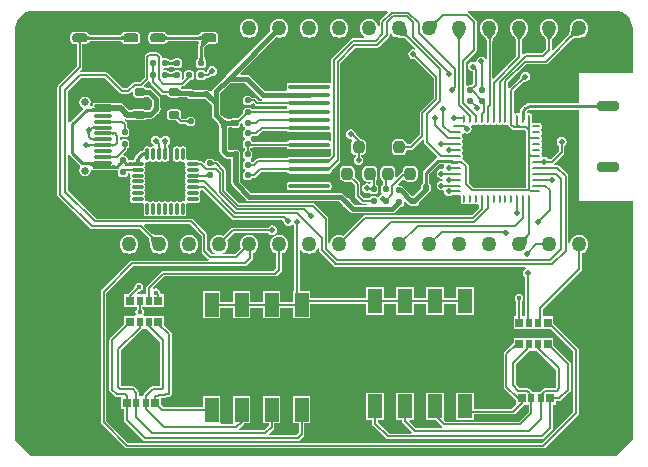
<source format=gtl>
G04*
G04 #@! TF.GenerationSoftware,Altium Limited,Altium Designer,19.0.4 (130)*
G04*
G04 Layer_Physical_Order=1*
G04 Layer_Color=255*
%FSLAX24Y24*%
%MOIN*%
G70*
G01*
G75*
%ADD12C,0.0100*%
%ADD15C,0.0060*%
%ADD17R,0.0256X0.0315*%
%ADD18R,0.0197X0.0315*%
%ADD19R,0.0472X0.0787*%
G04:AMPARAMS|DCode=20|XSize=20mil|YSize=20mil|CornerRadius=5mil|HoleSize=0mil|Usage=FLASHONLY|Rotation=270.000|XOffset=0mil|YOffset=0mil|HoleType=Round|Shape=RoundedRectangle|*
%AMROUNDEDRECTD20*
21,1,0.0200,0.0100,0,0,270.0*
21,1,0.0100,0.0200,0,0,270.0*
1,1,0.0100,-0.0050,-0.0050*
1,1,0.0100,-0.0050,0.0050*
1,1,0.0100,0.0050,0.0050*
1,1,0.0100,0.0050,-0.0050*
%
%ADD20ROUNDEDRECTD20*%
G04:AMPARAMS|DCode=21|XSize=20mil|YSize=20mil|CornerRadius=5mil|HoleSize=0mil|Usage=FLASHONLY|Rotation=180.000|XOffset=0mil|YOffset=0mil|HoleType=Round|Shape=RoundedRectangle|*
%AMROUNDEDRECTD21*
21,1,0.0200,0.0100,0,0,180.0*
21,1,0.0100,0.0200,0,0,180.0*
1,1,0.0100,-0.0050,0.0050*
1,1,0.0100,0.0050,0.0050*
1,1,0.0100,0.0050,-0.0050*
1,1,0.0100,-0.0050,-0.0050*
%
%ADD21ROUNDEDRECTD21*%
G04:AMPARAMS|DCode=22|XSize=160mil|YSize=160mil|CornerRadius=16mil|HoleSize=0mil|Usage=FLASHONLY|Rotation=270.000|XOffset=0mil|YOffset=0mil|HoleType=Round|Shape=RoundedRectangle|*
%AMROUNDEDRECTD22*
21,1,0.1600,0.1280,0,0,270.0*
21,1,0.1280,0.1600,0,0,270.0*
1,1,0.0320,-0.0640,-0.0640*
1,1,0.0320,-0.0640,0.0640*
1,1,0.0320,0.0640,0.0640*
1,1,0.0320,0.0640,-0.0640*
%
%ADD22ROUNDEDRECTD22*%
G04:AMPARAMS|DCode=23|XSize=26.6mil|YSize=9.8mil|CornerRadius=2.5mil|HoleSize=0mil|Usage=FLASHONLY|Rotation=270.000|XOffset=0mil|YOffset=0mil|HoleType=Round|Shape=RoundedRectangle|*
%AMROUNDEDRECTD23*
21,1,0.0266,0.0049,0,0,270.0*
21,1,0.0217,0.0098,0,0,270.0*
1,1,0.0049,-0.0025,-0.0108*
1,1,0.0049,-0.0025,0.0108*
1,1,0.0049,0.0025,0.0108*
1,1,0.0049,0.0025,-0.0108*
%
%ADD23ROUNDEDRECTD23*%
G04:AMPARAMS|DCode=24|XSize=26.6mil|YSize=9.8mil|CornerRadius=2.5mil|HoleSize=0mil|Usage=FLASHONLY|Rotation=0.000|XOffset=0mil|YOffset=0mil|HoleType=Round|Shape=RoundedRectangle|*
%AMROUNDEDRECTD24*
21,1,0.0266,0.0049,0,0,0.0*
21,1,0.0217,0.0098,0,0,0.0*
1,1,0.0049,0.0108,-0.0025*
1,1,0.0049,-0.0108,-0.0025*
1,1,0.0049,-0.0108,0.0025*
1,1,0.0049,0.0108,0.0025*
%
%ADD24ROUNDEDRECTD24*%
G04:AMPARAMS|DCode=25|XSize=37.4mil|YSize=39.4mil|CornerRadius=9.4mil|HoleSize=0mil|Usage=FLASHONLY|Rotation=0.000|XOffset=0mil|YOffset=0mil|HoleType=Round|Shape=RoundedRectangle|*
%AMROUNDEDRECTD25*
21,1,0.0374,0.0207,0,0,0.0*
21,1,0.0187,0.0394,0,0,0.0*
1,1,0.0187,0.0094,-0.0103*
1,1,0.0187,-0.0094,-0.0103*
1,1,0.0187,-0.0094,0.0103*
1,1,0.0187,0.0094,0.0103*
%
%ADD25ROUNDEDRECTD25*%
G04:AMPARAMS|DCode=26|XSize=15.7mil|YSize=137.8mil|CornerRadius=3.9mil|HoleSize=0mil|Usage=FLASHONLY|Rotation=270.000|XOffset=0mil|YOffset=0mil|HoleType=Round|Shape=RoundedRectangle|*
%AMROUNDEDRECTD26*
21,1,0.0157,0.1299,0,0,270.0*
21,1,0.0079,0.1378,0,0,270.0*
1,1,0.0079,-0.0650,-0.0039*
1,1,0.0079,-0.0650,0.0039*
1,1,0.0079,0.0650,0.0039*
1,1,0.0079,0.0650,-0.0039*
%
%ADD26ROUNDEDRECTD26*%
%ADD27R,0.1102X0.1063*%
G04:AMPARAMS|DCode=28|XSize=12mil|YSize=38mil|CornerRadius=3mil|HoleSize=0mil|Usage=FLASHONLY|Rotation=90.000|XOffset=0mil|YOffset=0mil|HoleType=Round|Shape=RoundedRectangle|*
%AMROUNDEDRECTD28*
21,1,0.0120,0.0320,0,0,90.0*
21,1,0.0060,0.0380,0,0,90.0*
1,1,0.0060,0.0160,0.0030*
1,1,0.0060,0.0160,-0.0030*
1,1,0.0060,-0.0160,-0.0030*
1,1,0.0060,-0.0160,0.0030*
%
%ADD28ROUNDEDRECTD28*%
G04:AMPARAMS|DCode=29|XSize=12mil|YSize=38mil|CornerRadius=3mil|HoleSize=0mil|Usage=FLASHONLY|Rotation=180.000|XOffset=0mil|YOffset=0mil|HoleType=Round|Shape=RoundedRectangle|*
%AMROUNDEDRECTD29*
21,1,0.0120,0.0320,0,0,180.0*
21,1,0.0060,0.0380,0,0,180.0*
1,1,0.0060,-0.0030,0.0160*
1,1,0.0060,0.0030,0.0160*
1,1,0.0060,0.0030,-0.0160*
1,1,0.0060,-0.0030,-0.0160*
%
%ADD29ROUNDEDRECTD29*%
G04:AMPARAMS|DCode=30|XSize=23.6mil|YSize=35mil|CornerRadius=5.9mil|HoleSize=0mil|Usage=FLASHONLY|Rotation=90.000|XOffset=0mil|YOffset=0mil|HoleType=Round|Shape=RoundedRectangle|*
%AMROUNDEDRECTD30*
21,1,0.0236,0.0232,0,0,90.0*
21,1,0.0118,0.0350,0,0,90.0*
1,1,0.0118,0.0116,0.0059*
1,1,0.0118,0.0116,-0.0059*
1,1,0.0118,-0.0116,-0.0059*
1,1,0.0118,-0.0116,0.0059*
%
%ADD30ROUNDEDRECTD30*%
G04:AMPARAMS|DCode=31|XSize=31.5mil|YSize=70.9mil|CornerRadius=7.9mil|HoleSize=0mil|Usage=FLASHONLY|Rotation=270.000|XOffset=0mil|YOffset=0mil|HoleType=Round|Shape=RoundedRectangle|*
%AMROUNDEDRECTD31*
21,1,0.0315,0.0551,0,0,270.0*
21,1,0.0157,0.0709,0,0,270.0*
1,1,0.0157,-0.0276,-0.0079*
1,1,0.0157,-0.0276,0.0079*
1,1,0.0157,0.0276,0.0079*
1,1,0.0157,0.0276,-0.0079*
%
%ADD31ROUNDEDRECTD31*%
G04:AMPARAMS|DCode=32|XSize=59.1mil|YSize=11.8mil|CornerRadius=3mil|HoleSize=0mil|Usage=FLASHONLY|Rotation=0.000|XOffset=0mil|YOffset=0mil|HoleType=Round|Shape=RoundedRectangle|*
%AMROUNDEDRECTD32*
21,1,0.0591,0.0059,0,0,0.0*
21,1,0.0531,0.0118,0,0,0.0*
1,1,0.0059,0.0266,-0.0030*
1,1,0.0059,-0.0266,-0.0030*
1,1,0.0059,-0.0266,0.0030*
1,1,0.0059,0.0266,0.0030*
%
%ADD32ROUNDEDRECTD32*%
G04:AMPARAMS|DCode=33|XSize=50mil|YSize=30mil|CornerRadius=7.5mil|HoleSize=0mil|Usage=FLASHONLY|Rotation=180.000|XOffset=0mil|YOffset=0mil|HoleType=Round|Shape=RoundedRectangle|*
%AMROUNDEDRECTD33*
21,1,0.0500,0.0150,0,0,180.0*
21,1,0.0350,0.0300,0,0,180.0*
1,1,0.0150,-0.0175,0.0075*
1,1,0.0150,0.0175,0.0075*
1,1,0.0150,0.0175,-0.0075*
1,1,0.0150,-0.0175,-0.0075*
%
%ADD33ROUNDEDRECTD33*%
%ADD59C,0.0070*%
%ADD60C,0.0150*%
%ADD61C,0.0200*%
%ADD62C,0.0500*%
%ADD63C,0.1181*%
%ADD64O,0.0827X0.0394*%
%ADD65O,0.0630X0.0394*%
%ADD66C,0.0256*%
%ADD67C,0.0200*%
%ADD68C,0.0240*%
%ADD69C,0.0160*%
%ADD70C,0.0180*%
G36*
X12513Y4188D02*
X12532Y4142D01*
X12275Y3885D01*
X12255Y3855D01*
X12248Y3820D01*
Y3693D01*
X12202Y3681D01*
X12171Y3756D01*
X12121Y3821D01*
X12056Y3871D01*
X11981Y3902D01*
X11900Y3913D01*
X11819Y3902D01*
X11744Y3871D01*
X11679Y3821D01*
X11629Y3756D01*
X11598Y3681D01*
X11587Y3600D01*
X11598Y3519D01*
X11629Y3444D01*
X11679Y3379D01*
X11740Y3332D01*
X11741Y3326D01*
X11713Y3282D01*
X11370D01*
X11335Y3275D01*
X11305Y3255D01*
X10665Y2615D01*
X10645Y2585D01*
X10638Y2550D01*
Y1813D01*
X10588Y1787D01*
X10550Y1794D01*
X9250D01*
X9212Y1787D01*
X9179Y1765D01*
X9157Y1732D01*
X9149Y1693D01*
Y1614D01*
X9157Y1575D01*
X9163Y1566D01*
X9137Y1516D01*
X8419D01*
X7917Y2017D01*
X7873Y2047D01*
X7820Y2058D01*
X7618D01*
X7599Y2104D01*
X8800Y3306D01*
X8819Y3298D01*
X8900Y3287D01*
X8981Y3298D01*
X9056Y3329D01*
X9121Y3379D01*
X9171Y3444D01*
X9202Y3519D01*
X9213Y3600D01*
X9202Y3681D01*
X9171Y3756D01*
X9121Y3821D01*
X9056Y3871D01*
X8981Y3902D01*
X8900Y3913D01*
X8819Y3902D01*
X8744Y3871D01*
X8679Y3821D01*
X8629Y3756D01*
X8598Y3681D01*
X8587Y3600D01*
X8598Y3519D01*
X8606Y3500D01*
X7123Y2017D01*
X7123Y2017D01*
X6703Y1597D01*
X6673Y1553D01*
X6669Y1533D01*
X6618Y1505D01*
X6591Y1515D01*
X6588Y1517D01*
X6579Y1529D01*
X6543Y1554D01*
X6500Y1562D01*
X6400D01*
X6385Y1559D01*
X6381Y1561D01*
X6369Y1556D01*
X6359Y1554D01*
X6350Y1553D01*
X6347Y1551D01*
X6344Y1550D01*
X6338Y1549D01*
X6330Y1547D01*
X6233Y1540D01*
X6231Y1540D01*
X6192Y1541D01*
X6152Y1543D01*
X6122Y1547D01*
X6112Y1549D01*
X6106Y1550D01*
X6103Y1551D01*
X6100Y1553D01*
X6091Y1554D01*
X6081Y1556D01*
X6069Y1561D01*
X6065Y1559D01*
X6050Y1562D01*
X6025D01*
X6003Y1577D01*
X5950Y1588D01*
X5828D01*
X5796Y1590D01*
X5795Y1589D01*
X5793Y1590D01*
X5751Y1590D01*
X5750Y1590D01*
X5750Y1590D01*
X5745Y1588D01*
X5735D01*
X5731Y1590D01*
X5729Y1589D01*
X5727Y1590D01*
X5680Y1592D01*
X5662Y1594D01*
X5647Y1597D01*
X5636Y1599D01*
X5632Y1605D01*
X5623Y1621D01*
X5653Y1668D01*
X5680D01*
X5715Y1675D01*
X5745Y1695D01*
X5896Y1846D01*
X5901Y1848D01*
X5903Y1850D01*
X5905Y1851D01*
X5914Y1859D01*
X5921Y1866D01*
X5927Y1870D01*
X5933Y1874D01*
X5936Y1876D01*
X5939Y1877D01*
X5939Y1877D01*
X5941Y1877D01*
X5942Y1878D01*
X5950D01*
X5993Y1886D01*
X6029Y1911D01*
X6054Y1947D01*
X6062Y1990D01*
Y2090D01*
X6054Y2133D01*
X6029Y2169D01*
X5993Y2194D01*
X5950Y2202D01*
X5850D01*
X5807Y2194D01*
X5771Y2169D01*
X5746Y2133D01*
X5738Y2090D01*
Y1990D01*
X5744Y1959D01*
X5736Y1950D01*
X5733Y1943D01*
X5674Y1883D01*
X5672Y1884D01*
X5650Y1941D01*
X5654Y1947D01*
X5662Y1990D01*
Y2090D01*
X5654Y2133D01*
X5629Y2169D01*
X5593Y2194D01*
X5550Y2202D01*
X5450D01*
X5407Y2194D01*
X5381Y2176D01*
X5369Y2171D01*
X5367Y2168D01*
X5366Y2167D01*
X5366Y2167D01*
X5366Y2167D01*
X5364Y2166D01*
X5363Y2164D01*
X5363Y2164D01*
X5360Y2163D01*
X5355Y2161D01*
X5348Y2159D01*
X5340Y2158D01*
X5314Y2155D01*
X5300Y2155D01*
X5285Y2155D01*
X5272Y2156D01*
X5261Y2157D01*
X5252Y2159D01*
X5245Y2161D01*
X5240Y2163D01*
X5237Y2164D01*
X5237Y2164D01*
X5236Y2166D01*
X5234Y2167D01*
X5234Y2167D01*
X5234Y2167D01*
X5233Y2168D01*
X5231Y2171D01*
X5219Y2176D01*
X5193Y2194D01*
X5150Y2202D01*
X5050D01*
X5035Y2239D01*
X5079Y2278D01*
X5150D01*
X5193Y2286D01*
X5219Y2304D01*
X5231Y2309D01*
X5233Y2312D01*
X5234Y2313D01*
X5234Y2313D01*
X5234Y2313D01*
X5236Y2314D01*
X5237Y2316D01*
X5237Y2316D01*
X5240Y2317D01*
X5245Y2319D01*
X5252Y2321D01*
X5260Y2322D01*
X5286Y2325D01*
X5300Y2325D01*
X5315Y2325D01*
X5328Y2324D01*
X5339Y2323D01*
X5348Y2321D01*
X5355Y2319D01*
X5360Y2317D01*
X5363Y2316D01*
X5363Y2316D01*
X5364Y2314D01*
X5366Y2313D01*
X5366Y2313D01*
X5366Y2313D01*
X5367Y2312D01*
X5369Y2309D01*
X5381Y2304D01*
X5407Y2286D01*
X5450Y2278D01*
X5550D01*
X5593Y2286D01*
X5629Y2311D01*
X5654Y2347D01*
X5662Y2390D01*
Y2490D01*
X5654Y2533D01*
X5629Y2569D01*
X5593Y2594D01*
X5550Y2602D01*
X5450D01*
X5407Y2594D01*
X5381Y2576D01*
X5369Y2571D01*
X5367Y2568D01*
X5366Y2567D01*
X5366Y2567D01*
X5366Y2567D01*
X5364Y2566D01*
X5363Y2564D01*
X5363Y2564D01*
X5360Y2563D01*
X5355Y2561D01*
X5348Y2559D01*
X5340Y2558D01*
X5314Y2555D01*
X5300Y2555D01*
X5285Y2555D01*
X5272Y2556D01*
X5261Y2557D01*
X5252Y2559D01*
X5245Y2561D01*
X5240Y2563D01*
X5237Y2564D01*
X5237Y2564D01*
X5236Y2566D01*
X5234Y2567D01*
X5234Y2567D01*
X5234Y2567D01*
X5233Y2568D01*
X5231Y2571D01*
X5219Y2576D01*
X5193Y2594D01*
X5150Y2602D01*
X5050D01*
X5042Y2601D01*
X4992Y2639D01*
Y2640D01*
X4985Y2675D01*
X4965Y2705D01*
X4895Y2775D01*
X4865Y2795D01*
X4830Y2802D01*
X4570D01*
X4535Y2795D01*
X4505Y2775D01*
X4445Y2715D01*
X4425Y2685D01*
X4418Y2650D01*
Y1968D01*
X4272Y1822D01*
X4090D01*
X4055Y1815D01*
X4025Y1795D01*
X3842Y1612D01*
X3688D01*
X3195Y2105D01*
X3165Y2125D01*
X3130Y2132D01*
X2282D01*
X2262Y2182D01*
X2315Y2235D01*
X2335Y2265D01*
X2342Y2300D01*
Y3061D01*
X2345Y3067D01*
X2425D01*
X2478Y3078D01*
X2522Y3108D01*
X2552Y3152D01*
X2554Y3160D01*
X2559Y3162D01*
X2570Y3163D01*
X2584Y3165D01*
X2602Y3165D01*
X2608Y3168D01*
X3592D01*
X3598Y3165D01*
X3616Y3165D01*
X3630Y3163D01*
X3641Y3162D01*
X3646Y3160D01*
X3648Y3152D01*
X3678Y3108D01*
X3722Y3078D01*
X3775Y3067D01*
X4125D01*
X4178Y3078D01*
X4222Y3108D01*
X4252Y3152D01*
X4263Y3205D01*
Y3355D01*
X4252Y3408D01*
X4222Y3452D01*
X4178Y3482D01*
X4125Y3493D01*
X3775D01*
X3722Y3482D01*
X3678Y3452D01*
X3648Y3408D01*
X3646Y3400D01*
X3641Y3398D01*
X3630Y3397D01*
X3616Y3395D01*
X3598Y3395D01*
X3592Y3392D01*
X2608D01*
X2602Y3395D01*
X2584Y3395D01*
X2570Y3397D01*
X2559Y3398D01*
X2554Y3400D01*
X2552Y3408D01*
X2522Y3452D01*
X2478Y3482D01*
X2425Y3493D01*
X2075D01*
X2022Y3482D01*
X1978Y3452D01*
X1948Y3408D01*
X1937Y3355D01*
Y3205D01*
X1948Y3152D01*
X1978Y3108D01*
X2022Y3078D01*
X2075Y3067D01*
X2155D01*
X2158Y3061D01*
Y2338D01*
X1535Y1715D01*
X1515Y1685D01*
X1508Y1650D01*
Y-1950D01*
X1515Y-1985D01*
X1535Y-2015D01*
X2585Y-3065D01*
X2615Y-3085D01*
X2650Y-3092D01*
X4262D01*
X4545Y-3375D01*
X4547Y-3381D01*
X4555Y-3390D01*
X4559Y-3397D01*
X4564Y-3409D01*
X4569Y-3425D01*
X4574Y-3445D01*
X4578Y-3467D01*
X4585Y-3561D01*
X4585Y-3598D01*
X4588Y-3605D01*
X4598Y-3681D01*
X4629Y-3756D01*
X4679Y-3821D01*
X4744Y-3871D01*
X4819Y-3902D01*
X4900Y-3913D01*
X4981Y-3902D01*
X5056Y-3871D01*
X5121Y-3821D01*
X5171Y-3756D01*
X5202Y-3681D01*
X5213Y-3600D01*
X5202Y-3519D01*
X5171Y-3444D01*
X5121Y-3379D01*
X5056Y-3329D01*
X4981Y-3298D01*
X4905Y-3288D01*
X4898Y-3285D01*
X4860Y-3285D01*
X4795Y-3281D01*
X4768Y-3278D01*
X4745Y-3274D01*
X4725Y-3269D01*
X4709Y-3264D01*
X4697Y-3259D01*
X4690Y-3255D01*
X4681Y-3247D01*
X4675Y-3245D01*
X4402Y-2972D01*
X4422Y-2922D01*
X5912D01*
X6318Y-3328D01*
Y-3820D01*
X6325Y-3855D01*
X6345Y-3885D01*
X6545Y-4085D01*
X6550Y-4088D01*
X6535Y-4138D01*
X3990D01*
X3955Y-4145D01*
X3925Y-4165D01*
X2985Y-5105D01*
X2965Y-5135D01*
X2958Y-5170D01*
Y-9520D01*
X2965Y-9555D01*
X2985Y-9585D01*
X3775Y-10375D01*
X3805Y-10395D01*
X3840Y-10402D01*
X17700D01*
X17735Y-10395D01*
X17765Y-10375D01*
X18865Y-9275D01*
X18885Y-9245D01*
X18892Y-9210D01*
Y-7130D01*
X18885Y-7095D01*
X18865Y-7065D01*
X18048Y-6249D01*
X18040Y-6243D01*
Y-5998D01*
X17698D01*
Y-5752D01*
X18965Y-4485D01*
X18985Y-4455D01*
X18992Y-4420D01*
Y-3898D01*
X19056Y-3871D01*
X19121Y-3821D01*
X19171Y-3756D01*
X19202Y-3681D01*
X19213Y-3600D01*
X19202Y-3519D01*
X19171Y-3444D01*
X19121Y-3379D01*
X19056Y-3329D01*
X18981Y-3298D01*
X18900Y-3287D01*
X18819Y-3298D01*
X18744Y-3329D01*
X18679Y-3379D01*
X18629Y-3444D01*
X18598Y-3519D01*
X18592Y-3566D01*
X18542Y-3563D01*
Y-1330D01*
X18535Y-1295D01*
X18515Y-1265D01*
X18230Y-980D01*
X18200Y-960D01*
X18165Y-953D01*
X18085D01*
X18077Y-942D01*
X18066Y-904D01*
X18385Y-585D01*
X18405Y-555D01*
X18412Y-520D01*
Y-311D01*
X18435Y-295D01*
X18471Y-242D01*
X18483Y-180D01*
X18471Y-118D01*
X18435Y-65D01*
X18382Y-29D01*
X18320Y-17D01*
X18258Y-29D01*
X18205Y-65D01*
X18169Y-118D01*
X18157Y-180D01*
X18169Y-242D01*
X18205Y-295D01*
X18228Y-311D01*
Y-482D01*
X17954Y-757D01*
X17878D01*
X17863Y-733D01*
X17810Y-698D01*
X17747Y-685D01*
X17716Y-691D01*
X17708Y-689D01*
X17668Y-653D01*
Y-627D01*
X17662Y-594D01*
X17643Y-566D01*
Y-540D01*
X17662Y-512D01*
X17668Y-479D01*
Y-430D01*
X17662Y-397D01*
X17643Y-369D01*
Y-343D01*
X17662Y-315D01*
X17668Y-282D01*
Y-233D01*
X17662Y-200D01*
X17643Y-172D01*
Y-147D01*
X17662Y-119D01*
X17668Y-86D01*
Y-36D01*
X17662Y-3D01*
X17643Y25D01*
Y50D01*
X17662Y78D01*
X17668Y111D01*
Y160D01*
X17662Y193D01*
X17643Y221D01*
Y247D01*
X17662Y275D01*
X17668Y308D01*
Y357D01*
X17662Y390D01*
X17643Y418D01*
X17615Y437D01*
X17582Y444D01*
X17390D01*
X17358Y458D01*
X17344Y490D01*
Y682D01*
X17337Y715D01*
X17318Y743D01*
X17290Y762D01*
X17257Y768D01*
X17208D01*
X17198Y766D01*
X17192Y768D01*
X17156Y801D01*
X17154Y805D01*
X17171Y838D01*
X17176Y845D01*
X17214Y872D01*
X17222Y877D01*
X17277Y888D01*
Y888D01*
X17277Y888D01*
X18900D01*
Y-2150D01*
X20688D01*
Y-10104D01*
X20144Y-10648D01*
X636Y-10638D01*
X112Y-10114D01*
X112Y3600D01*
X112Y3600D01*
X112D01*
X112Y3600D01*
X123Y3715D01*
X157Y3825D01*
X211Y3927D01*
X284Y4016D01*
X373Y4089D01*
X475Y4143D01*
X585Y4177D01*
X700Y4188D01*
X700Y4188D01*
Y4188D01*
X700Y4188D01*
X12513D01*
D02*
G37*
G36*
X14203Y3860D02*
X14192Y3848D01*
X14183Y3832D01*
X14175Y3814D01*
X14168Y3793D01*
X14162Y3768D01*
X14157Y3741D01*
X14154Y3711D01*
X14150Y3642D01*
X14150Y3602D01*
X13902Y3850D01*
X13942Y3850D01*
X14041Y3857D01*
X14068Y3862D01*
X14093Y3868D01*
X14114Y3875D01*
X14132Y3883D01*
X14148Y3892D01*
X14160Y3903D01*
X14203Y3860D01*
D02*
G37*
G36*
X13151Y3565D02*
X13161Y3464D01*
X13166Y3437D01*
X13172Y3412D01*
X13180Y3391D01*
X13188Y3373D01*
X13197Y3358D01*
X13207Y3345D01*
X13166Y3302D01*
X13153Y3312D01*
X13138Y3322D01*
X13119Y3330D01*
X13098Y3336D01*
X13074Y3342D01*
X13047Y3346D01*
X13017Y3349D01*
X12948Y3351D01*
X12910Y3350D01*
X13150Y3605D01*
X13151Y3565D01*
D02*
G37*
G36*
X18898Y3350D02*
X18858Y3350D01*
X18759Y3343D01*
X18732Y3338D01*
X18707Y3332D01*
X18686Y3325D01*
X18668Y3317D01*
X18652Y3308D01*
X18640Y3297D01*
X18597Y3340D01*
X18608Y3352D01*
X18617Y3368D01*
X18625Y3386D01*
X18632Y3407D01*
X18638Y3432D01*
X18643Y3459D01*
X18646Y3489D01*
X18650Y3558D01*
X18650Y3598D01*
X18898Y3350D01*
D02*
G37*
G36*
X18047Y3394D02*
X17982Y3318D01*
X17966Y3295D01*
X17953Y3274D01*
X17943Y3254D01*
X17936Y3235D01*
X17931Y3218D01*
X17930Y3202D01*
X17870D01*
X17869Y3218D01*
X17864Y3235D01*
X17857Y3254D01*
X17847Y3274D01*
X17834Y3295D01*
X17818Y3318D01*
X17799Y3342D01*
X17753Y3394D01*
X17725Y3421D01*
X18075D01*
X18047Y3394D01*
D02*
G37*
G36*
X17047D02*
X16982Y3318D01*
X16966Y3295D01*
X16953Y3274D01*
X16943Y3254D01*
X16936Y3235D01*
X16931Y3218D01*
X16930Y3202D01*
X16870D01*
X16869Y3218D01*
X16864Y3235D01*
X16857Y3254D01*
X16847Y3274D01*
X16834Y3295D01*
X16818Y3318D01*
X16799Y3342D01*
X16753Y3394D01*
X16725Y3421D01*
X17075D01*
X17047Y3394D01*
D02*
G37*
G36*
X15047D02*
X14982Y3318D01*
X14966Y3295D01*
X14953Y3274D01*
X14943Y3254D01*
X14936Y3235D01*
X14931Y3218D01*
X14930Y3202D01*
X14870D01*
X14869Y3218D01*
X14864Y3235D01*
X14857Y3254D01*
X14847Y3274D01*
X14834Y3295D01*
X14818Y3318D01*
X14799Y3342D01*
X14753Y3394D01*
X14725Y3421D01*
X15075D01*
X15047Y3394D01*
D02*
G37*
G36*
X16062Y3405D02*
X16000Y3322D01*
X15985Y3298D01*
X15972Y3276D01*
X15962Y3256D01*
X15956Y3237D01*
X15951Y3220D01*
X15950Y3205D01*
X15890Y3200D01*
X15889Y3217D01*
X15884Y3235D01*
X15876Y3254D01*
X15866Y3273D01*
X15852Y3293D01*
X15836Y3315D01*
X15816Y3337D01*
X15794Y3360D01*
X15740Y3408D01*
X16089Y3436D01*
X16062Y3405D01*
D02*
G37*
G36*
X3706Y3180D02*
X3705Y3190D01*
X3702Y3198D01*
X3696Y3206D01*
X3689Y3212D01*
X3679Y3218D01*
X3668Y3222D01*
X3654Y3226D01*
X3638Y3228D01*
X3620Y3230D01*
X3600Y3230D01*
Y3330D01*
X3620Y3331D01*
X3638Y3332D01*
X3654Y3334D01*
X3668Y3338D01*
X3679Y3342D01*
X3689Y3348D01*
X3696Y3354D01*
X3702Y3362D01*
X3705Y3370D01*
X3706Y3380D01*
Y3180D01*
D02*
G37*
G36*
X2495Y3370D02*
X2498Y3362D01*
X2504Y3354D01*
X2511Y3348D01*
X2521Y3342D01*
X2532Y3338D01*
X2546Y3334D01*
X2562Y3332D01*
X2580Y3331D01*
X2600Y3330D01*
Y3230D01*
X2580Y3230D01*
X2562Y3228D01*
X2546Y3226D01*
X2532Y3222D01*
X2521Y3218D01*
X2511Y3212D01*
X2504Y3206D01*
X2498Y3198D01*
X2495Y3190D01*
X2494Y3180D01*
Y3380D01*
X2495Y3370D01*
D02*
G37*
G36*
X2284Y3243D02*
X2283Y3239D01*
X2283Y3233D01*
X2281Y3216D01*
X2280Y3140D01*
X2220D01*
X2215Y3245D01*
X2285D01*
X2284Y3243D01*
D02*
G37*
G36*
X2304Y3130D02*
X2299Y3129D01*
X2295Y3125D01*
X2291Y3121D01*
X2288Y3116D01*
X2285Y3109D01*
X2283Y3101D01*
X2281Y3092D01*
X2280Y3081D01*
X2280Y3070D01*
X2220D01*
X2220Y3081D01*
X2219Y3092D01*
X2217Y3101D01*
X2215Y3109D01*
X2212Y3116D01*
X2209Y3121D01*
X2205Y3125D01*
X2201Y3129D01*
X2196Y3130D01*
X2190Y3131D01*
X2310D01*
X2304Y3130D01*
D02*
G37*
G36*
X12632Y3440D02*
X12679Y3379D01*
X12744Y3329D01*
X12819Y3298D01*
X12900Y3287D01*
X12904Y3288D01*
X12911Y3285D01*
X12948Y3286D01*
X13013Y3284D01*
X13039Y3282D01*
X13062Y3278D01*
X13081Y3274D01*
X13096Y3269D01*
X13108Y3264D01*
X13115Y3259D01*
X13124Y3252D01*
X13130Y3250D01*
X13440Y2940D01*
X13415Y2894D01*
X13370Y2903D01*
X13308Y2891D01*
X13255Y2855D01*
X13219Y2802D01*
X13207Y2740D01*
X13219Y2678D01*
X13255Y2625D01*
X13308Y2589D01*
X13370Y2577D01*
X13398Y2582D01*
X14048Y1932D01*
Y1278D01*
X13615Y845D01*
X13595Y815D01*
X13588Y780D01*
Y68D01*
X13255Y-265D01*
X13150D01*
Y-254D01*
X13138Y-194D01*
X13104Y-143D01*
X13053Y-109D01*
X12994Y-97D01*
X12807D01*
X12747Y-109D01*
X12696Y-143D01*
X12662Y-194D01*
X12650Y-254D01*
Y-460D01*
X12662Y-520D01*
X12696Y-571D01*
X12747Y-605D01*
X12807Y-617D01*
X12994D01*
X13053Y-605D01*
X13104Y-571D01*
X13138Y-520D01*
X13150Y-460D01*
Y-449D01*
X13293D01*
X13328Y-442D01*
X13358Y-422D01*
X13692Y-88D01*
X13738Y-107D01*
Y-190D01*
X13745Y-225D01*
X13765Y-255D01*
X14164Y-654D01*
X14160Y-684D01*
X14150Y-711D01*
X14121Y-731D01*
X14121Y-731D01*
X13721Y-1131D01*
X13696Y-1167D01*
X13688Y-1210D01*
X13688Y-1210D01*
Y-1559D01*
X13671Y-1571D01*
X13646Y-1607D01*
X13638Y-1650D01*
Y-1717D01*
X13368Y-1988D01*
X13350D01*
X13335Y-1991D01*
X13054Y-1709D01*
X13054Y-1707D01*
X13029Y-1671D01*
X12993Y-1646D01*
X12950Y-1638D01*
X12890D01*
X12869Y-1588D01*
X13014Y-1443D01*
X13064Y-1448D01*
X13070Y-1457D01*
X13121Y-1491D01*
X13181Y-1503D01*
X13368D01*
X13427Y-1491D01*
X13478Y-1457D01*
X13512Y-1406D01*
X13524Y-1346D01*
Y-1140D01*
X13512Y-1080D01*
X13478Y-1029D01*
X13427Y-995D01*
X13368Y-983D01*
X13181D01*
X13121Y-995D01*
X13070Y-1029D01*
X13036Y-1080D01*
X13024Y-1140D01*
Y-1164D01*
X13009Y-1174D01*
X12825Y-1358D01*
X12800Y-1352D01*
X12776Y-1336D01*
Y-1140D01*
X12764Y-1080D01*
X12730Y-1029D01*
X12679Y-995D01*
X12619Y-983D01*
X12432D01*
X12373Y-995D01*
X12322Y-1029D01*
X12288Y-1080D01*
X12276Y-1140D01*
Y-1346D01*
X12288Y-1406D01*
X12322Y-1457D01*
X12358Y-1481D01*
Y-1596D01*
X12357Y-1596D01*
X12321Y-1621D01*
X12296Y-1657D01*
X12288Y-1700D01*
Y-1800D01*
X12296Y-1843D01*
X12321Y-1879D01*
X12308Y-1929D01*
X12255Y-1965D01*
X12228Y-2004D01*
X12194Y-2016D01*
X12169Y-2014D01*
X12143Y-1996D01*
X12100Y-1988D01*
X12000D01*
X11957Y-1996D01*
X11921Y-2021D01*
X11896Y-2057D01*
X11896Y-2058D01*
X11728D01*
X11612Y-1942D01*
Y-1587D01*
X11605Y-1552D01*
X11585Y-1522D01*
X11423Y-1360D01*
X11426Y-1346D01*
Y-1140D01*
X11414Y-1080D01*
X11380Y-1029D01*
X11329Y-995D01*
X11269Y-983D01*
X11082D01*
X11023Y-995D01*
X10972Y-1029D01*
X10938Y-1080D01*
X10926Y-1140D01*
Y-1346D01*
X10938Y-1406D01*
X10972Y-1457D01*
X11023Y-1491D01*
X11082Y-1503D01*
X11269D01*
X11300Y-1497D01*
X11428Y-1625D01*
Y-1980D01*
X11435Y-2015D01*
X11455Y-2045D01*
X11625Y-2215D01*
X11655Y-2235D01*
X11690Y-2242D01*
X11840D01*
X11840Y-2242D01*
X11812Y-2292D01*
X11427D01*
X11295Y-2161D01*
X11291Y-2138D01*
X11255Y-2085D01*
X11202Y-2049D01*
X11179Y-2045D01*
X11047Y-1913D01*
X11003Y-1883D01*
X10950Y-1872D01*
X7957D01*
X7591Y-1506D01*
X7591Y-1492D01*
X7593Y-1452D01*
X7597Y-1422D01*
X7599Y-1412D01*
X7600Y-1406D01*
X7601Y-1403D01*
X7603Y-1400D01*
X7604Y-1391D01*
X7606Y-1381D01*
X7611Y-1369D01*
X7609Y-1365D01*
X7612Y-1350D01*
Y-1250D01*
X7609Y-1235D01*
X7611Y-1231D01*
X7606Y-1219D01*
X7604Y-1209D01*
X7603Y-1200D01*
X7601Y-1197D01*
X7600Y-1194D01*
X7599Y-1188D01*
X7597Y-1180D01*
X7592Y-1114D01*
X7593Y-1102D01*
X7597Y-1072D01*
X7599Y-1062D01*
X7600Y-1056D01*
X7601Y-1053D01*
X7603Y-1050D01*
X7604Y-1041D01*
X7606Y-1031D01*
X7611Y-1019D01*
X7609Y-1015D01*
X7612Y-1000D01*
Y-900D01*
X7609Y-885D01*
X7611Y-881D01*
X7606Y-869D01*
X7604Y-859D01*
X7603Y-850D01*
X7601Y-847D01*
X7600Y-844D01*
X7599Y-838D01*
X7597Y-830D01*
X7592Y-764D01*
X7593Y-752D01*
X7597Y-722D01*
X7599Y-712D01*
X7600Y-706D01*
X7601Y-703D01*
X7603Y-700D01*
X7604Y-691D01*
X7606Y-681D01*
X7611Y-669D01*
X7609Y-665D01*
X7612Y-650D01*
Y-550D01*
X7604Y-507D01*
X7579Y-471D01*
X7543Y-446D01*
X7500Y-438D01*
X7400D01*
X7385Y-441D01*
X7381Y-439D01*
X7369Y-444D01*
X7359Y-446D01*
X7350Y-447D01*
X7347Y-449D01*
X7344Y-450D01*
X7338Y-451D01*
X7330Y-453D01*
X7233Y-460D01*
X7226Y-460D01*
X7188Y-421D01*
Y217D01*
X7190Y222D01*
X7191Y246D01*
X7194Y263D01*
X7198Y276D01*
X7203Y285D01*
X7209Y291D01*
X7215Y297D01*
X7224Y302D01*
X7237Y306D01*
X7254Y309D01*
X7260Y309D01*
X7298Y307D01*
X7328Y303D01*
X7338Y301D01*
X7344Y300D01*
X7347Y299D01*
X7350Y297D01*
X7359Y296D01*
X7369Y294D01*
X7381Y289D01*
X7385Y291D01*
X7400Y288D01*
X7500D01*
X7543Y296D01*
X7579Y321D01*
X7604Y357D01*
X7612Y400D01*
Y414D01*
X7641Y445D01*
X7672Y436D01*
X7688Y427D01*
Y400D01*
X7696Y357D01*
X7721Y321D01*
X7748Y303D01*
X7752Y280D01*
Y270D01*
X7748Y247D01*
X7721Y229D01*
X7696Y193D01*
X7688Y150D01*
Y50D01*
X7696Y7D01*
X7721Y-29D01*
X7748Y-47D01*
X7752Y-70D01*
Y-80D01*
X7748Y-103D01*
X7721Y-121D01*
X7696Y-157D01*
X7688Y-200D01*
Y-300D01*
X7696Y-343D01*
X7721Y-379D01*
X7753Y-401D01*
Y-449D01*
X7721Y-471D01*
X7696Y-507D01*
X7688Y-550D01*
Y-650D01*
X7696Y-693D01*
X7721Y-729D01*
X7748Y-747D01*
X7752Y-770D01*
Y-780D01*
X7748Y-803D01*
X7721Y-821D01*
X7696Y-857D01*
X7688Y-900D01*
Y-1000D01*
X7696Y-1043D01*
X7721Y-1079D01*
X7748Y-1097D01*
X7752Y-1120D01*
Y-1130D01*
X7748Y-1153D01*
X7721Y-1171D01*
X7696Y-1207D01*
X7688Y-1250D01*
Y-1350D01*
X7696Y-1393D01*
X7721Y-1429D01*
X7757Y-1454D01*
X7800Y-1462D01*
X7900D01*
X7943Y-1454D01*
X7979Y-1429D01*
X8002Y-1395D01*
X8011Y-1395D01*
X8018Y-1392D01*
X8070D01*
X8105Y-1385D01*
X8105Y-1385D01*
X8105Y-1385D01*
X8135Y-1365D01*
X8306Y-1194D01*
X9166D01*
X9179Y-1213D01*
X9212Y-1235D01*
X9250Y-1243D01*
X10550D01*
X10588Y-1235D01*
X10621Y-1213D01*
X10643Y-1180D01*
X10651Y-1142D01*
Y-1129D01*
X10915Y-865D01*
X10935Y-835D01*
X10942Y-800D01*
Y2452D01*
X11448Y2958D01*
X12150D01*
X12185Y2965D01*
X12215Y2985D01*
X12555Y3325D01*
X12575Y3355D01*
X12582Y3390D01*
Y3413D01*
X12626Y3441D01*
X12632Y3440D01*
D02*
G37*
G36*
X5415Y2355D02*
X5409Y2361D01*
X5403Y2367D01*
X5395Y2373D01*
X5385Y2377D01*
X5374Y2381D01*
X5362Y2384D01*
X5349Y2387D01*
X5334Y2389D01*
X5318Y2390D01*
X5300Y2390D01*
Y2490D01*
X5318Y2490D01*
X5349Y2493D01*
X5362Y2496D01*
X5374Y2499D01*
X5385Y2503D01*
X5395Y2507D01*
X5403Y2513D01*
X5409Y2519D01*
X5415Y2525D01*
Y2355D01*
D02*
G37*
G36*
X5191Y2519D02*
X5197Y2513D01*
X5205Y2507D01*
X5215Y2503D01*
X5226Y2499D01*
X5238Y2496D01*
X5251Y2493D01*
X5266Y2491D01*
X5282Y2490D01*
X5300Y2490D01*
Y2390D01*
X5282Y2390D01*
X5251Y2387D01*
X5238Y2384D01*
X5226Y2381D01*
X5215Y2377D01*
X5205Y2373D01*
X5197Y2367D01*
X5191Y2361D01*
X5185Y2355D01*
Y2525D01*
X5191Y2519D01*
D02*
G37*
G36*
X4754Y2343D02*
X4749Y2341D01*
X4745Y2338D01*
X4741Y2333D01*
X4737Y2328D01*
X4735Y2321D01*
X4733Y2312D01*
X4731Y2303D01*
X4730Y2292D01*
X4730Y2280D01*
X4670D01*
X4670Y2292D01*
X4669Y2303D01*
X4667Y2312D01*
X4665Y2321D01*
X4663Y2328D01*
X4659Y2333D01*
X4655Y2338D01*
X4651Y2341D01*
X4646Y2343D01*
X4640Y2343D01*
X4760D01*
X4754Y2343D01*
D02*
G37*
G36*
X4730Y2188D02*
X4731Y2177D01*
X4733Y2168D01*
X4735Y2159D01*
X4737Y2152D01*
X4741Y2147D01*
X4745Y2142D01*
X4749Y2139D01*
X4754Y2137D01*
X4760Y2137D01*
X4640D01*
X4646Y2137D01*
X4651Y2139D01*
X4655Y2142D01*
X4659Y2147D01*
X4663Y2152D01*
X4665Y2159D01*
X4667Y2168D01*
X4669Y2177D01*
X4670Y2188D01*
X4670Y2200D01*
X4730D01*
X4730Y2188D01*
D02*
G37*
G36*
X5415Y1955D02*
X5409Y1962D01*
X5403Y1967D01*
X5395Y1973D01*
X5385Y1977D01*
X5374Y1981D01*
X5362Y1984D01*
X5349Y1987D01*
X5334Y1989D01*
X5318Y1990D01*
X5300Y1990D01*
Y2090D01*
X5318Y2090D01*
X5349Y2093D01*
X5362Y2096D01*
X5374Y2099D01*
X5385Y2103D01*
X5395Y2107D01*
X5403Y2113D01*
X5409Y2119D01*
X5415Y2125D01*
Y1955D01*
D02*
G37*
G36*
X5191Y2119D02*
X5197Y2113D01*
X5205Y2107D01*
X5215Y2103D01*
X5226Y2099D01*
X5238Y2096D01*
X5251Y2093D01*
X5266Y2091D01*
X5282Y2090D01*
X5300Y2090D01*
Y1990D01*
X5282Y1990D01*
X5251Y1987D01*
X5238Y1984D01*
X5226Y1981D01*
X5215Y1977D01*
X5205Y1973D01*
X5197Y1967D01*
X5191Y1962D01*
X5185Y1955D01*
Y2125D01*
X5191Y2119D01*
D02*
G37*
G36*
X5945Y1941D02*
X5938Y1942D01*
X5931Y1942D01*
X5923Y1940D01*
X5915Y1938D01*
X5907Y1934D01*
X5898Y1929D01*
X5889Y1923D01*
X5880Y1916D01*
X5870Y1907D01*
X5860Y1898D01*
X5783Y1905D01*
X5794Y1916D01*
X5809Y1935D01*
X5814Y1943D01*
X5818Y1951D01*
X5819Y1956D01*
X5818Y1961D01*
X5816Y1965D01*
X5812Y1968D01*
X5806Y1970D01*
X5945Y1941D01*
D02*
G37*
G36*
X4754Y1943D02*
X4749Y1941D01*
X4745Y1938D01*
X4741Y1933D01*
X4737Y1928D01*
X4735Y1921D01*
X4733Y1912D01*
X4731Y1903D01*
X4730Y1892D01*
X4730Y1880D01*
X4670D01*
X4670Y1892D01*
X4669Y1903D01*
X4667Y1912D01*
X4665Y1921D01*
X4663Y1928D01*
X4659Y1933D01*
X4655Y1938D01*
X4651Y1941D01*
X4646Y1943D01*
X4640Y1943D01*
X4760D01*
X4754Y1943D01*
D02*
G37*
G36*
X20100Y4188D02*
X20215Y4177D01*
X20325Y4143D01*
X20427Y4089D01*
X20516Y4016D01*
X20589Y3927D01*
X20643Y3825D01*
X20677Y3715D01*
X20688Y3600D01*
X20688D01*
X20688Y3600D01*
Y2100D01*
X18900D01*
Y1112D01*
X17277D01*
X17277Y1112D01*
Y1113D01*
X17181Y1101D01*
X17092Y1064D01*
X17015Y1005D01*
X17016Y1005D01*
X16966Y939D01*
X16934Y863D01*
X16926Y802D01*
X16920Y794D01*
X16886Y770D01*
X16874Y766D01*
X16864Y768D01*
X16814D01*
X16784Y762D01*
X16781Y762D01*
X16734Y790D01*
Y1494D01*
X17072Y1832D01*
X17100Y1827D01*
X17162Y1839D01*
X17215Y1875D01*
X17251Y1928D01*
X17263Y1990D01*
X17251Y2052D01*
X17215Y2105D01*
X17162Y2141D01*
X17100Y2153D01*
X17038Y2141D01*
X16985Y2105D01*
X16949Y2052D01*
X16937Y1990D01*
X16942Y1962D01*
X16587Y1607D01*
X16549Y1617D01*
X16537Y1626D01*
Y1808D01*
X17127Y2398D01*
X17790D01*
X17825Y2405D01*
X17855Y2425D01*
X18675Y3246D01*
X18681Y3247D01*
X18690Y3255D01*
X18697Y3259D01*
X18709Y3264D01*
X18725Y3269D01*
X18745Y3274D01*
X18767Y3278D01*
X18861Y3285D01*
X18898Y3285D01*
X18905Y3288D01*
X18981Y3298D01*
X19056Y3329D01*
X19121Y3379D01*
X19171Y3444D01*
X19202Y3519D01*
X19213Y3600D01*
X19202Y3681D01*
X19171Y3756D01*
X19121Y3821D01*
X19056Y3871D01*
X18981Y3902D01*
X18900Y3913D01*
X18819Y3902D01*
X18744Y3871D01*
X18679Y3821D01*
X18629Y3756D01*
X18598Y3681D01*
X18588Y3605D01*
X18585Y3598D01*
X18585Y3560D01*
X18581Y3495D01*
X18578Y3468D01*
X18574Y3445D01*
X18569Y3425D01*
X18564Y3409D01*
X18559Y3397D01*
X18555Y3390D01*
X18547Y3381D01*
X18545Y3375D01*
X18038Y2868D01*
X17997Y2888D01*
X17992Y2892D01*
Y3190D01*
X17995Y3196D01*
X17996Y3207D01*
X17998Y3216D01*
X18002Y3228D01*
X18010Y3242D01*
X18021Y3260D01*
X18033Y3278D01*
X18095Y3350D01*
X18121Y3376D01*
X18124Y3383D01*
X18171Y3444D01*
X18202Y3519D01*
X18213Y3600D01*
X18202Y3681D01*
X18171Y3756D01*
X18121Y3821D01*
X18056Y3871D01*
X17981Y3902D01*
X17900Y3913D01*
X17819Y3902D01*
X17744Y3871D01*
X17679Y3821D01*
X17629Y3756D01*
X17598Y3681D01*
X17587Y3600D01*
X17598Y3519D01*
X17629Y3444D01*
X17676Y3383D01*
X17679Y3376D01*
X17705Y3349D01*
X17749Y3300D01*
X17766Y3279D01*
X17779Y3260D01*
X17790Y3242D01*
X17798Y3228D01*
X17802Y3216D01*
X17804Y3207D01*
X17805Y3196D01*
X17808Y3190D01*
Y2928D01*
X17662Y2782D01*
X17120D01*
X17085Y2775D01*
X17055Y2755D01*
X17038Y2738D01*
X16992Y2757D01*
Y3190D01*
X16995Y3196D01*
X16996Y3207D01*
X16998Y3216D01*
X17002Y3228D01*
X17010Y3242D01*
X17021Y3260D01*
X17033Y3278D01*
X17095Y3350D01*
X17121Y3376D01*
X17124Y3383D01*
X17171Y3444D01*
X17202Y3519D01*
X17213Y3600D01*
X17202Y3681D01*
X17171Y3756D01*
X17121Y3821D01*
X17056Y3871D01*
X16981Y3902D01*
X16900Y3913D01*
X16819Y3902D01*
X16744Y3871D01*
X16679Y3821D01*
X16629Y3756D01*
X16598Y3681D01*
X16587Y3600D01*
X16598Y3519D01*
X16629Y3444D01*
X16676Y3383D01*
X16679Y3376D01*
X16705Y3349D01*
X16749Y3300D01*
X16766Y3279D01*
X16779Y3260D01*
X16790Y3242D01*
X16798Y3228D01*
X16802Y3216D01*
X16804Y3207D01*
X16805Y3196D01*
X16808Y3190D01*
Y2678D01*
X16058Y1928D01*
X16012Y1947D01*
Y3194D01*
X16015Y3199D01*
X16016Y3209D01*
X16018Y3218D01*
X16022Y3231D01*
X16030Y3246D01*
X16040Y3265D01*
X16053Y3285D01*
X16113Y3364D01*
X16138Y3394D01*
X16142Y3406D01*
X16171Y3444D01*
X16202Y3519D01*
X16213Y3600D01*
X16202Y3681D01*
X16171Y3756D01*
X16121Y3821D01*
X16056Y3871D01*
X15981Y3902D01*
X15900Y3913D01*
X15819Y3902D01*
X15744Y3871D01*
X15679Y3821D01*
X15629Y3756D01*
X15598Y3681D01*
X15587Y3600D01*
X15598Y3519D01*
X15629Y3444D01*
X15679Y3379D01*
X15692Y3369D01*
X15697Y3360D01*
X15749Y3313D01*
X15769Y3292D01*
X15786Y3273D01*
X15800Y3255D01*
X15810Y3240D01*
X15818Y3226D01*
X15822Y3215D01*
X15824Y3206D01*
X15825Y3194D01*
X15828Y3189D01*
Y2596D01*
X15778Y2581D01*
X15755Y2615D01*
X15702Y2651D01*
X15640Y2663D01*
X15577Y2651D01*
X15525Y2615D01*
X15489Y2562D01*
X15477Y2500D01*
X15477Y2498D01*
X15432Y2467D01*
X15412Y2481D01*
X15350Y2493D01*
X15288Y2481D01*
X15235Y2445D01*
X15199Y2392D01*
X15187Y2330D01*
X15199Y2268D01*
X15235Y2215D01*
X15288Y2179D01*
X15350Y2167D01*
X15378Y2121D01*
Y1767D01*
X15312Y1701D01*
X15230D01*
X15187Y1693D01*
X15182Y1689D01*
X15132Y1716D01*
Y2482D01*
X15455Y2805D01*
X15475Y2835D01*
X15482Y2870D01*
Y3830D01*
X15475Y3865D01*
X15455Y3895D01*
X15235Y4115D01*
X15205Y4135D01*
X15190Y4138D01*
X15195Y4188D01*
X20100D01*
Y4188D01*
D02*
G37*
G36*
X6381Y1304D02*
X6374Y1308D01*
X6364Y1312D01*
X6352Y1315D01*
X6338Y1317D01*
X6304Y1322D01*
X6260Y1324D01*
X6219Y1325D01*
X6215Y1325D01*
X6112Y1317D01*
X6098Y1315D01*
X6086Y1312D01*
X6076Y1308D01*
X6069Y1304D01*
Y1496D01*
X6076Y1492D01*
X6086Y1488D01*
X6098Y1485D01*
X6112Y1483D01*
X6146Y1478D01*
X6190Y1476D01*
X6231Y1475D01*
X6235Y1475D01*
X6338Y1483D01*
X6352Y1485D01*
X6364Y1488D01*
X6374Y1492D01*
X6381Y1496D01*
Y1304D01*
D02*
G37*
G36*
X5226Y1505D02*
X5293Y1510D01*
X5309Y1512D01*
X5322Y1515D01*
X5332Y1519D01*
X5341Y1523D01*
X5346Y1527D01*
Y1421D01*
X5341Y1425D01*
X5332Y1429D01*
X5322Y1433D01*
X5309Y1436D01*
X5293Y1438D01*
X5256Y1442D01*
X5226Y1443D01*
Y1414D01*
X5225Y1420D01*
X5223Y1425D01*
X5220Y1429D01*
X5216Y1433D01*
X5211Y1437D01*
X5204Y1439D01*
X5196Y1441D01*
X5187Y1443D01*
X5176Y1444D01*
X5165Y1444D01*
Y1504D01*
X5176Y1504D01*
X5187Y1505D01*
X5196Y1507D01*
X5204Y1509D01*
X5211Y1511D01*
X5216Y1515D01*
X5220Y1519D01*
X5223Y1523D01*
X5225Y1528D01*
X5226Y1534D01*
Y1505D01*
D02*
G37*
G36*
X5565Y1565D02*
X5574Y1557D01*
X5586Y1549D01*
X5600Y1543D01*
X5616Y1537D01*
X5633Y1533D01*
X5653Y1529D01*
X5675Y1527D01*
X5724Y1525D01*
X5708Y1375D01*
X5680Y1375D01*
X5562Y1368D01*
X5552Y1366D01*
X5544Y1363D01*
X5538Y1360D01*
X5557Y1575D01*
X5565Y1565D01*
D02*
G37*
G36*
X4410Y1580D02*
X4424Y1574D01*
X4438Y1568D01*
X4454Y1563D01*
X4471Y1559D01*
X4490Y1555D01*
X4530Y1551D01*
X4553Y1549D01*
X4576Y1549D01*
Y1399D01*
X4553Y1399D01*
X4509Y1396D01*
X4490Y1393D01*
X4454Y1385D01*
X4438Y1380D01*
X4424Y1374D01*
X4410Y1368D01*
X4398Y1360D01*
Y1588D01*
X4410Y1580D01*
D02*
G37*
G36*
X5792Y1525D02*
X5907Y1518D01*
X5923Y1515D01*
X5933Y1511D01*
X5938Y1506D01*
X5937Y1501D01*
X5931Y1496D01*
X5915Y1315D01*
X5906Y1326D01*
X5895Y1336D01*
X5883Y1346D01*
X5869Y1353D01*
X5854Y1360D01*
X5836Y1365D01*
X5817Y1370D01*
X5797Y1373D01*
X5774Y1374D01*
X5750Y1375D01*
Y1525D01*
X5792Y1525D01*
D02*
G37*
G36*
X6548Y1465D02*
X6553Y1459D01*
X6562Y1449D01*
X6678Y1328D01*
X6709Y1297D01*
X6600Y1194D01*
X6568Y1225D01*
X6512Y1273D01*
X6487Y1290D01*
X6464Y1303D01*
X6444Y1312D01*
X6426Y1317D01*
X6410Y1317D01*
X6396Y1313D01*
X6385Y1304D01*
X6546Y1469D01*
X6548Y1465D01*
D02*
G37*
G36*
X8265Y1281D02*
X8309Y1251D01*
X8343Y1244D01*
X8338Y1194D01*
X8216D01*
X8145Y1265D01*
X8115Y1285D01*
X8080Y1292D01*
X8019D01*
X8011Y1295D01*
X8002Y1295D01*
X7979Y1329D01*
X7943Y1354D01*
X7900Y1362D01*
X7800D01*
X7757Y1354D01*
X7721Y1329D01*
X7696Y1293D01*
X7688Y1250D01*
Y1150D01*
X7696Y1107D01*
X7721Y1071D01*
X7757Y1046D01*
X7800Y1038D01*
X7900D01*
X7943Y1046D01*
X7979Y1071D01*
X7997Y1097D01*
X8049Y1102D01*
X8113Y1038D01*
X8142Y1018D01*
X8178Y1011D01*
X9166D01*
X9179Y991D01*
Y963D01*
X9137Y919D01*
X8017D01*
X8010Y922D01*
X8002Y922D01*
X7996Y922D01*
X7992Y923D01*
X7988Y924D01*
X7987Y924D01*
X7987Y925D01*
X7986Y925D01*
X7985Y926D01*
X7984Y926D01*
X7984Y926D01*
X7984Y927D01*
X7984Y927D01*
X7980Y929D01*
X7980Y929D01*
X7976Y936D01*
X7965Y939D01*
X7943Y954D01*
X7900Y962D01*
X7800D01*
X7757Y954D01*
X7721Y929D01*
X7696Y893D01*
X7688Y850D01*
Y796D01*
X7687Y795D01*
X7688Y793D01*
Y788D01*
X7686Y785D01*
X7688Y782D01*
Y775D01*
X7673Y757D01*
X7662Y747D01*
X7659Y739D01*
X7543Y623D01*
X7536Y620D01*
X7525Y610D01*
X7523Y608D01*
X7500Y612D01*
X7400D01*
X7385Y609D01*
X7381Y611D01*
X7369Y606D01*
X7359Y604D01*
X7350Y603D01*
X7347Y601D01*
X7344Y600D01*
X7338Y599D01*
X7330Y597D01*
X7233Y590D01*
X7228Y590D01*
X7206Y591D01*
X7182Y594D01*
X7160Y598D01*
X7138Y604D01*
X7117Y612D01*
X7097Y621D01*
X7077Y632D01*
X7058Y645D01*
X7039Y660D01*
X7019Y679D01*
X7014Y680D01*
X6938Y757D01*
Y1100D01*
Y1443D01*
X7277Y1782D01*
X7763D01*
X8265Y1281D01*
D02*
G37*
G36*
X7947Y1254D02*
X7949Y1249D01*
X7952Y1245D01*
X7957Y1241D01*
X7962Y1237D01*
X7969Y1235D01*
X7978Y1233D01*
X7987Y1231D01*
X7998Y1230D01*
X8010Y1230D01*
Y1170D01*
X7998Y1170D01*
X7987Y1169D01*
X7978Y1167D01*
X7969Y1165D01*
X7962Y1163D01*
X7957Y1159D01*
X7952Y1155D01*
X7949Y1151D01*
X7947Y1146D01*
X7947Y1140D01*
Y1260D01*
X7947Y1254D01*
D02*
G37*
G36*
X19501Y900D02*
X19500Y910D01*
X19497Y918D01*
X19491Y926D01*
X19484Y932D01*
X19474Y938D01*
X19463Y942D01*
X19449Y946D01*
X19433Y948D01*
X19415Y949D01*
X19395Y950D01*
Y1050D01*
X19415Y1050D01*
X19433Y1052D01*
X19449Y1054D01*
X19463Y1058D01*
X19474Y1062D01*
X19484Y1068D01*
X19491Y1074D01*
X19497Y1082D01*
X19500Y1090D01*
X19501Y1100D01*
Y900D01*
D02*
G37*
G36*
X3585Y1455D02*
X3615Y1435D01*
X3650Y1428D01*
X3880D01*
X3915Y1435D01*
X3945Y1455D01*
X3976Y1486D01*
X4022Y1467D01*
Y1415D01*
X4031Y1368D01*
X4058Y1329D01*
X4097Y1303D01*
X4144Y1294D01*
X4375D01*
X4394Y1297D01*
X4398Y1296D01*
X4410Y1300D01*
X4422Y1303D01*
X4423Y1304D01*
X4431Y1305D01*
X4441Y1311D01*
X4450Y1315D01*
X4460Y1319D01*
X4471Y1322D01*
X4501Y1329D01*
X4516Y1331D01*
X4524Y1331D01*
X4652Y1203D01*
Y992D01*
X4639Y972D01*
X4635Y949D01*
X4552Y867D01*
X4539Y867D01*
X4501Y871D01*
X4486Y874D01*
X4472Y878D01*
X4460Y881D01*
X4450Y885D01*
X4441Y889D01*
X4431Y895D01*
X4423Y896D01*
X4422Y897D01*
X4410Y900D01*
X4398Y904D01*
X4394Y903D01*
X4375Y906D01*
X4144D01*
X4125Y903D01*
X4121Y904D01*
X4113Y901D01*
X4111Y902D01*
X3937Y891D01*
X3910Y891D01*
X3740Y1061D01*
X3687Y1097D01*
X3624Y1109D01*
X3356D01*
X3343Y1118D01*
X3308Y1125D01*
X2776D01*
X2741Y1118D01*
X2712Y1098D01*
X2692Y1068D01*
X2685Y1033D01*
Y1001D01*
X2673Y1001D01*
X2656Y1001D01*
X2649Y998D01*
X2629D01*
X2602Y1048D01*
X2613Y1064D01*
X2627Y1138D01*
X2613Y1211D01*
X2571Y1273D01*
X2509Y1315D01*
X2436Y1329D01*
X2362Y1315D01*
X2300Y1273D01*
X2259Y1211D01*
X2244Y1138D01*
X2259Y1064D01*
X2300Y1002D01*
X2344Y973D01*
X2356Y915D01*
X1921Y479D01*
X1921Y479D01*
X1912Y466D01*
X1862Y481D01*
Y1512D01*
X2298Y1948D01*
X3092D01*
X3585Y1455D01*
D02*
G37*
G36*
X2765Y830D02*
X2763Y831D01*
X2758Y832D01*
X2752Y833D01*
X2733Y834D01*
X2675Y836D01*
X2656Y836D01*
Y936D01*
X2675Y936D01*
X2763Y941D01*
X2765Y942D01*
Y830D01*
D02*
G37*
G36*
X7939Y880D02*
X7944Y875D01*
X7950Y871D01*
X7956Y867D01*
X7963Y864D01*
X7971Y861D01*
X7979Y859D01*
X7988Y858D01*
X7998Y857D01*
X8008Y857D01*
X8010Y797D01*
X7998Y796D01*
X7987Y796D01*
X7977Y794D01*
X7969Y792D01*
X7962Y789D01*
X7957Y786D01*
X7953Y782D01*
X7950Y778D01*
X7949Y772D01*
X7949Y767D01*
X7935Y885D01*
X7939Y880D01*
D02*
G37*
G36*
X7835Y701D02*
X7831Y705D01*
X7825Y706D01*
X7819Y706D01*
X7812Y705D01*
X7804Y701D01*
X7795Y696D01*
X7785Y689D01*
X7775Y681D01*
X7751Y659D01*
X7709Y701D01*
X7721Y714D01*
X7739Y735D01*
X7746Y745D01*
X7751Y754D01*
X7755Y762D01*
X7756Y769D01*
X7756Y775D01*
X7755Y781D01*
X7751Y785D01*
X7835Y701D01*
D02*
G37*
G36*
X16475Y754D02*
X16477Y726D01*
X16478Y719D01*
X16480Y713D01*
X16481Y708D01*
X16483Y704D01*
X16485Y702D01*
X16488Y700D01*
X16403D01*
X16405Y702D01*
X16407Y704D01*
X16409Y708D01*
X16411Y713D01*
X16412Y719D01*
X16413Y726D01*
X16415Y743D01*
X16415Y765D01*
X16475D01*
X16475Y754D01*
D02*
G37*
G36*
X16279D02*
X16280Y726D01*
X16282Y719D01*
X16283Y713D01*
X16285Y708D01*
X16286Y704D01*
X16289Y702D01*
X16291Y700D01*
X16206D01*
X16208Y702D01*
X16210Y704D01*
X16212Y708D01*
X16214Y713D01*
X16215Y719D01*
X16216Y726D01*
X16218Y743D01*
X16218Y765D01*
X16278D01*
X16279Y754D01*
D02*
G37*
G36*
X4410Y832D02*
X4424Y826D01*
X4439Y820D01*
X4455Y815D01*
X4473Y811D01*
X4492Y807D01*
X4534Y803D01*
X4557Y801D01*
X4581Y801D01*
Y651D01*
X4557Y651D01*
X4512Y648D01*
X4492Y645D01*
X4455Y637D01*
X4439Y632D01*
X4424Y626D01*
X4410Y620D01*
X4398Y612D01*
Y840D01*
X4410Y832D01*
D02*
G37*
G36*
X4121Y612D02*
X4115Y615D01*
X4106Y617D01*
X4093Y619D01*
X4056Y623D01*
X3974Y625D01*
X3901Y626D01*
Y826D01*
X3939Y826D01*
X4115Y837D01*
X4121Y840D01*
Y612D01*
D02*
G37*
G36*
X4608Y1828D02*
Y1800D01*
X4615Y1765D01*
X4635Y1735D01*
X4961Y1409D01*
X4991Y1389D01*
X5026Y1382D01*
X5156D01*
X5163Y1379D01*
X5169Y1379D01*
X5171Y1368D01*
X5198Y1329D01*
X5237Y1303D01*
X5283Y1294D01*
X5515D01*
X5531Y1297D01*
X5532Y1296D01*
X5542Y1299D01*
X5555Y1301D01*
X5557Y1302D01*
X5562Y1301D01*
X5566Y1302D01*
X5567Y1302D01*
X5567Y1303D01*
X5568Y1303D01*
X5571Y1303D01*
X5682Y1310D01*
X5709Y1310D01*
X5714Y1312D01*
X5743D01*
X5749Y1310D01*
X5771Y1310D01*
X5789Y1308D01*
X5806Y1306D01*
X5819Y1303D01*
X5831Y1299D01*
X5841Y1295D01*
X5848Y1291D01*
X5853Y1287D01*
X5857Y1283D01*
X5864Y1275D01*
X5865Y1274D01*
X5865Y1273D01*
X5874Y1268D01*
X5907Y1246D01*
X5950Y1238D01*
X6050D01*
X6065Y1241D01*
X6069Y1239D01*
X6081Y1244D01*
X6091Y1246D01*
X6100Y1247D01*
X6103Y1249D01*
X6106Y1250D01*
X6112Y1251D01*
X6120Y1253D01*
X6217Y1260D01*
X6219Y1260D01*
X6258Y1259D01*
X6298Y1257D01*
X6328Y1253D01*
X6338Y1251D01*
X6344Y1250D01*
X6347Y1249D01*
X6350Y1247D01*
X6359Y1246D01*
X6369Y1244D01*
X6375Y1240D01*
X6377Y1241D01*
X6381Y1239D01*
X6384Y1240D01*
X6385Y1240D01*
X6387Y1240D01*
X6400Y1238D01*
X6448D01*
X6452Y1235D01*
X6472Y1221D01*
X6525Y1177D01*
X6555Y1147D01*
X6560Y1145D01*
X6662Y1043D01*
Y700D01*
X6673Y647D01*
X6703Y603D01*
X6819Y486D01*
X6821Y481D01*
X6840Y461D01*
X6855Y442D01*
X6868Y423D01*
X6879Y403D01*
X6888Y383D01*
X6896Y362D01*
X6902Y340D01*
X6906Y318D01*
X6909Y294D01*
X6910Y267D01*
X6912Y262D01*
Y-490D01*
X6923Y-543D01*
X6953Y-587D01*
X7063Y-697D01*
X7063Y-697D01*
X7107Y-727D01*
X7160Y-738D01*
X7202D01*
X7207Y-740D01*
X7258Y-741D01*
X7298Y-743D01*
X7305Y-744D01*
X7308Y-786D01*
X7307Y-798D01*
X7303Y-828D01*
X7301Y-838D01*
X7300Y-844D01*
X7299Y-847D01*
X7297Y-850D01*
X7296Y-859D01*
X7294Y-869D01*
X7289Y-881D01*
X7291Y-885D01*
X7288Y-900D01*
Y-1000D01*
X7291Y-1015D01*
X7289Y-1019D01*
X7294Y-1031D01*
X7296Y-1041D01*
X7297Y-1050D01*
X7299Y-1053D01*
X7300Y-1056D01*
X7301Y-1062D01*
X7303Y-1070D01*
X7308Y-1136D01*
X7307Y-1148D01*
X7303Y-1178D01*
X7301Y-1188D01*
X7300Y-1194D01*
X7299Y-1197D01*
X7297Y-1200D01*
X7296Y-1209D01*
X7294Y-1219D01*
X7289Y-1231D01*
X7291Y-1235D01*
X7288Y-1250D01*
Y-1350D01*
X7291Y-1365D01*
X7289Y-1369D01*
X7294Y-1381D01*
X7296Y-1391D01*
X7297Y-1400D01*
X7299Y-1403D01*
X7300Y-1406D01*
X7301Y-1412D01*
X7303Y-1420D01*
X7310Y-1517D01*
X7310Y-1542D01*
X7312Y-1548D01*
Y-1560D01*
X7323Y-1613D01*
X7353Y-1657D01*
X7803Y-2107D01*
X7847Y-2137D01*
X7900Y-2148D01*
X10893D01*
X10985Y-2239D01*
X10989Y-2262D01*
X11025Y-2315D01*
X11078Y-2351D01*
X11101Y-2355D01*
X11273Y-2527D01*
X11273Y-2527D01*
X11317Y-2557D01*
X11370Y-2568D01*
X11370Y-2568D01*
X12670D01*
X12723Y-2557D01*
X12767Y-2527D01*
X12933Y-2362D01*
X12950D01*
X12993Y-2354D01*
X13029Y-2329D01*
X13054Y-2293D01*
X13062Y-2250D01*
Y-2178D01*
X13112Y-2157D01*
X13203Y-2247D01*
X13247Y-2277D01*
X13276Y-2283D01*
X13307Y-2304D01*
X13350Y-2312D01*
X13450D01*
X13493Y-2304D01*
X13529Y-2279D01*
X13554Y-2243D01*
X13562Y-2200D01*
Y-2183D01*
X13891Y-1854D01*
X13893Y-1854D01*
X13929Y-1829D01*
X13954Y-1793D01*
X13962Y-1750D01*
Y-1650D01*
X13954Y-1607D01*
X13929Y-1571D01*
X13912Y-1559D01*
Y-1256D01*
X14246Y-922D01*
X14382D01*
X14409Y-972D01*
X14402Y-983D01*
X14390Y-1045D01*
X14347Y-1085D01*
X14314Y-1079D01*
X14252Y-1091D01*
X14199Y-1127D01*
X14163Y-1180D01*
X14151Y-1242D01*
X14163Y-1305D01*
X14199Y-1357D01*
X14252Y-1393D01*
X14314Y-1405D01*
X14317Y-1405D01*
X14357Y-1439D01*
X14317Y-1473D01*
X14314Y-1473D01*
X14252Y-1485D01*
X14199Y-1520D01*
X14163Y-1573D01*
X14151Y-1636D01*
X14163Y-1698D01*
X14199Y-1751D01*
X14252Y-1787D01*
X14314Y-1799D01*
X14347Y-1793D01*
X14390Y-1833D01*
X14402Y-1895D01*
X14437Y-1948D01*
X14490Y-1983D01*
X14553Y-1996D01*
X14615Y-1983D01*
X14668Y-1948D01*
X14674Y-1939D01*
X14685Y-1937D01*
X14718Y-1944D01*
X14910D01*
X14942Y-1958D01*
X14956Y-1990D01*
Y-2182D01*
X14963Y-2215D01*
X14982Y-2243D01*
X15010Y-2262D01*
X15043Y-2268D01*
X15092D01*
X15125Y-2262D01*
X15153Y-2243D01*
X15179D01*
X15207Y-2262D01*
X15240Y-2268D01*
X15289D01*
X15322Y-2262D01*
X15350Y-2243D01*
X15375D01*
X15403Y-2262D01*
X15436Y-2268D01*
X15486D01*
X15516Y-2262D01*
X15519Y-2262D01*
X15566Y-2290D01*
Y-2384D01*
X15322Y-2628D01*
X11780D01*
X11745Y-2635D01*
X11715Y-2655D01*
X11046Y-3325D01*
X10981Y-3298D01*
X10900Y-3287D01*
X10819Y-3298D01*
X10744Y-3329D01*
X10679Y-3379D01*
X10629Y-3444D01*
X10598Y-3519D01*
X10592Y-3566D01*
X10542Y-3563D01*
Y-2740D01*
X10535Y-2705D01*
X10515Y-2675D01*
X10085Y-2245D01*
X10055Y-2225D01*
X10020Y-2218D01*
X7574D01*
X7132Y-1776D01*
Y-1150D01*
X7125Y-1115D01*
X7105Y-1085D01*
X6855Y-835D01*
X6825Y-815D01*
X6790Y-808D01*
X6769D01*
X6761Y-805D01*
X6752Y-805D01*
X6729Y-771D01*
X6693Y-746D01*
X6650Y-738D01*
X6550D01*
X6507Y-746D01*
X6471Y-771D01*
X6446Y-807D01*
X6438Y-850D01*
Y-863D01*
X6392Y-882D01*
X6354Y-845D01*
X6325Y-825D01*
X6289Y-818D01*
X6274D01*
X6267Y-815D01*
X6249Y-814D01*
X6245Y-813D01*
X6242Y-813D01*
X6230Y-808D01*
X6210Y-795D01*
X6175Y-788D01*
X5855D01*
X5855Y-788D01*
X5812Y-745D01*
X5812Y-745D01*
Y-425D01*
X5805Y-390D01*
X5785Y-360D01*
X5756Y-340D01*
X5721Y-333D01*
X5661D01*
X5625Y-340D01*
X5596Y-360D01*
X5589D01*
X5559Y-340D01*
X5524Y-333D01*
X5464D01*
X5429Y-340D01*
X5399Y-360D01*
X5379Y-390D01*
X5372Y-425D01*
Y-745D01*
X5379Y-780D01*
X5399Y-810D01*
X5429Y-830D01*
X5464Y-837D01*
X5524D01*
X5559Y-830D01*
X5589Y-810D01*
X5596D01*
X5625Y-830D01*
X5661Y-837D01*
X5721D01*
X5721Y-837D01*
X5763Y-879D01*
X5763Y-879D01*
Y-939D01*
X5770Y-975D01*
X5788Y-1008D01*
X5770Y-1041D01*
X5763Y-1076D01*
Y-1136D01*
X5770Y-1171D01*
X5790Y-1201D01*
Y-1208D01*
X5770Y-1238D01*
X5763Y-1273D01*
Y-1333D01*
X5770Y-1368D01*
X5788Y-1402D01*
X5770Y-1435D01*
X5763Y-1470D01*
Y-1530D01*
X5770Y-1565D01*
X5790Y-1595D01*
Y-1602D01*
X5770Y-1632D01*
X5763Y-1667D01*
Y-1727D01*
X5770Y-1762D01*
X5788Y-1795D01*
X5770Y-1829D01*
X5763Y-1864D01*
Y-1924D01*
X5770Y-1959D01*
X5790Y-1989D01*
Y-1996D01*
X5770Y-2025D01*
X5763Y-2061D01*
Y-2121D01*
X5763Y-2121D01*
X5721Y-2163D01*
X5721Y-2163D01*
X5661D01*
X5625Y-2170D01*
X5596Y-2190D01*
X5589D01*
X5559Y-2170D01*
X5524Y-2163D01*
X5464D01*
X5429Y-2170D01*
X5399Y-2190D01*
X5392D01*
X5362Y-2170D01*
X5327Y-2163D01*
X5267D01*
X5232Y-2170D01*
X5202Y-2190D01*
X5195D01*
X5165Y-2170D01*
X5130Y-2163D01*
X5070D01*
X5035Y-2170D01*
X5005Y-2190D01*
X4998D01*
X4968Y-2170D01*
X4933Y-2163D01*
X4873D01*
X4838Y-2170D01*
X4808Y-2190D01*
X4801D01*
X4771Y-2170D01*
X4736Y-2163D01*
X4676D01*
X4641Y-2170D01*
X4611Y-2190D01*
X4604D01*
X4575Y-2170D01*
X4539Y-2163D01*
X4479D01*
X4479Y-2163D01*
X4437Y-2121D01*
X4437Y-2121D01*
Y-2061D01*
X4430Y-2025D01*
X4410Y-1996D01*
Y-1989D01*
X4430Y-1959D01*
X4437Y-1924D01*
Y-1864D01*
X4430Y-1829D01*
X4412Y-1795D01*
X4430Y-1762D01*
X4437Y-1727D01*
Y-1667D01*
X4430Y-1632D01*
X4410Y-1602D01*
Y-1595D01*
X4430Y-1565D01*
X4437Y-1530D01*
Y-1470D01*
X4430Y-1435D01*
X4412Y-1402D01*
X4430Y-1368D01*
X4437Y-1333D01*
Y-1273D01*
X4430Y-1238D01*
X4410Y-1208D01*
Y-1201D01*
X4430Y-1171D01*
X4437Y-1136D01*
Y-1076D01*
X4430Y-1041D01*
X4412Y-1008D01*
X4430Y-975D01*
X4437Y-939D01*
Y-879D01*
X4437Y-879D01*
X4479Y-837D01*
X4479Y-837D01*
X4539D01*
X4575Y-830D01*
X4604Y-810D01*
X4611D01*
X4641Y-830D01*
X4676Y-837D01*
X4736D01*
X4771Y-830D01*
X4801Y-810D01*
X4808D01*
X4838Y-830D01*
X4873Y-837D01*
X4933D01*
X4968Y-830D01*
X4998Y-810D01*
X5005D01*
X5035Y-830D01*
X5070Y-837D01*
X5130D01*
X5165Y-830D01*
X5195Y-810D01*
X5215Y-780D01*
X5222Y-745D01*
Y-425D01*
X5220Y-418D01*
X5222Y-414D01*
X5217Y-402D01*
X5215Y-390D01*
X5214Y-388D01*
X5212Y-380D01*
X5209Y-375D01*
X5208Y-372D01*
X5206Y-368D01*
X5205Y-364D01*
X5203Y-359D01*
X5202Y-354D01*
X5201Y-349D01*
X5200Y-334D01*
X5200Y-325D01*
X5197Y-318D01*
Y-313D01*
X5200Y-306D01*
X5200Y-299D01*
X5201Y-295D01*
X5201Y-291D01*
X5202Y-288D01*
X5204Y-285D01*
X5205Y-281D01*
X5207Y-278D01*
X5209Y-275D01*
X5212Y-271D01*
X5217Y-266D01*
X5220Y-258D01*
X5251Y-212D01*
X5263Y-150D01*
X5251Y-88D01*
X5215Y-35D01*
X5162Y1D01*
X5100Y13D01*
X5038Y1D01*
X4985Y-35D01*
X4978Y-44D01*
X4918D01*
X4905Y-25D01*
X4852Y11D01*
X4790Y23D01*
X4728Y11D01*
X4675Y-25D01*
X4639Y-78D01*
X4627Y-140D01*
X4639Y-202D01*
X4675Y-255D01*
X4716Y-283D01*
X4705Y-333D01*
X4676D01*
X4641Y-340D01*
X4611Y-360D01*
X4604D01*
X4575Y-340D01*
X4539Y-333D01*
X4479D01*
X4444Y-340D01*
X4415Y-360D01*
X4395Y-390D01*
X4388Y-425D01*
Y-467D01*
X4378Y-469D01*
X4366Y-470D01*
X4348Y-470D01*
X4342Y-473D01*
X4325D01*
X4325Y-473D01*
X4282Y-481D01*
X4246Y-506D01*
X4246Y-506D01*
X4106Y-646D01*
X4081Y-682D01*
X4073Y-725D01*
X4073Y-725D01*
Y-742D01*
X4070Y-748D01*
X4070Y-766D01*
X4069Y-778D01*
X4067Y-788D01*
X4025D01*
X4018Y-789D01*
X4014Y-787D01*
X4009Y-790D01*
X4007Y-789D01*
X3920Y-794D01*
X3912Y-794D01*
X3889Y-785D01*
X3862Y-767D01*
Y-750D01*
X3854Y-707D01*
X3829Y-671D01*
X3793Y-646D01*
X3750Y-638D01*
X3727D01*
X3708Y-592D01*
X3815Y-485D01*
X3835Y-455D01*
X3842Y-420D01*
Y-418D01*
X3845Y-411D01*
X3845Y-402D01*
X3879Y-379D01*
X3904Y-343D01*
X3912Y-300D01*
Y-200D01*
X3904Y-157D01*
X3879Y-121D01*
X3843Y-96D01*
X3800Y-88D01*
X3700D01*
X3657Y-96D01*
X3637Y-110D01*
X3588Y-89D01*
X3587Y-88D01*
Y-12D01*
X3588Y-11D01*
X3637Y10D01*
X3657Y-4D01*
X3700Y-12D01*
X3800D01*
X3843Y-4D01*
X3879Y21D01*
X3904Y57D01*
X3912Y100D01*
Y200D01*
X3904Y243D01*
X3879Y279D01*
X3845Y302D01*
X3845Y311D01*
X3842Y318D01*
Y400D01*
X3835Y435D01*
X3815Y465D01*
X3731Y549D01*
X3762Y588D01*
X3782Y575D01*
X3844Y563D01*
X3897D01*
X3901Y561D01*
X3972Y561D01*
X4052Y558D01*
X4085Y555D01*
X4093Y554D01*
X4094Y553D01*
X4095Y553D01*
X4095Y553D01*
X4100Y552D01*
X4105Y553D01*
X4107Y553D01*
X4109Y552D01*
X4121Y547D01*
X4125Y549D01*
X4144Y546D01*
X4375D01*
X4394Y549D01*
X4398Y547D01*
X4410Y552D01*
X4422Y555D01*
X4423Y555D01*
X4431Y557D01*
X4441Y563D01*
X4450Y567D01*
X4460Y571D01*
X4471Y574D01*
X4503Y581D01*
X4518Y583D01*
X4560Y586D01*
X4582Y586D01*
X4588Y588D01*
X4606D01*
X4629Y593D01*
X4659Y599D01*
X4659Y599D01*
X4659D01*
X4703Y629D01*
X4703Y629D01*
X4703Y629D01*
X4829Y755D01*
X4852Y759D01*
X4905Y795D01*
X4941Y848D01*
X4953Y910D01*
X4941Y972D01*
X4928Y992D01*
Y1260D01*
X4917Y1313D01*
X4887Y1357D01*
X4673Y1571D01*
X4629Y1601D01*
X4588Y1609D01*
X4577Y1614D01*
X4555Y1614D01*
X4536Y1615D01*
X4499Y1619D01*
X4485Y1622D01*
X4472Y1625D01*
X4460Y1629D01*
X4450Y1633D01*
X4441Y1637D01*
X4431Y1643D01*
X4425Y1644D01*
X4419Y1652D01*
X4409Y1678D01*
X4408Y1699D01*
X4558Y1848D01*
X4608Y1828D01*
D02*
G37*
G36*
X7592Y500D02*
X7582Y489D01*
X7566Y470D01*
X7560Y461D01*
X7555Y452D01*
X7551Y444D01*
X7549Y436D01*
X7547Y429D01*
X7547Y422D01*
X7549Y415D01*
X7512Y546D01*
X7515Y541D01*
X7518Y537D01*
X7522Y535D01*
X7527Y535D01*
X7534Y537D01*
X7541Y540D01*
X7550Y546D01*
X7559Y553D01*
X7569Y562D01*
X7581Y573D01*
X7592Y500D01*
D02*
G37*
G36*
X3331Y538D02*
X3335Y535D01*
X3340Y532D01*
X3346Y529D01*
X3352Y527D01*
X3359Y525D01*
X3367Y524D01*
X3376Y523D01*
X3397Y522D01*
Y462D01*
X3386Y462D01*
X3367Y460D01*
X3359Y459D01*
X3352Y457D01*
X3346Y455D01*
X3340Y452D01*
X3335Y449D01*
X3331Y446D01*
X3328Y442D01*
Y542D01*
X3331Y538D01*
D02*
G37*
G36*
X7947Y504D02*
X7949Y499D01*
X7952Y495D01*
X7957Y491D01*
X7962Y487D01*
X7969Y485D01*
X7978Y483D01*
X7987Y481D01*
X7998Y480D01*
X8010Y480D01*
Y420D01*
X7998Y420D01*
X7987Y419D01*
X7978Y417D01*
X7969Y415D01*
X7962Y413D01*
X7957Y409D01*
X7952Y405D01*
X7949Y401D01*
X7947Y396D01*
X7947Y390D01*
Y510D01*
X7947Y504D01*
D02*
G37*
G36*
X16388Y386D02*
X16421Y379D01*
X16470D01*
X16500Y385D01*
X16505Y386D01*
X16510Y385D01*
X16554Y360D01*
X16557Y343D01*
X16577Y313D01*
X16655Y235D01*
X16685Y215D01*
X16720Y208D01*
X17095D01*
X17141Y162D01*
Y-3D01*
Y-583D01*
Y-1708D01*
X15378D01*
X15222Y-1552D01*
Y-1000D01*
X15215Y-965D01*
X15195Y-935D01*
X15043Y-784D01*
X15027Y-773D01*
X15026Y-772D01*
X15012Y-725D01*
X15012Y-712D01*
X15014Y-709D01*
X15021Y-676D01*
Y-627D01*
X15014Y-594D01*
X14995Y-566D01*
Y-540D01*
X15014Y-512D01*
X15021Y-479D01*
Y-430D01*
X15014Y-397D01*
X14995Y-369D01*
Y-343D01*
X15014Y-315D01*
X15021Y-282D01*
Y-233D01*
X15014Y-200D01*
X14995Y-172D01*
Y-147D01*
X15014Y-119D01*
X15021Y-86D01*
Y-36D01*
X15014Y-3D01*
X14995Y25D01*
Y50D01*
X15014Y78D01*
X15017Y94D01*
X15056Y116D01*
X15071Y119D01*
X15093Y103D01*
X15156Y91D01*
X15218Y103D01*
X15271Y139D01*
X15307Y192D01*
X15319Y254D01*
X15307Y317D01*
X15297Y330D01*
X15321Y386D01*
X15322Y386D01*
X15350Y405D01*
X15375D01*
X15403Y386D01*
X15436Y379D01*
X15486D01*
X15519Y386D01*
X15547Y405D01*
X15572D01*
X15600Y386D01*
X15633Y379D01*
X15682D01*
X15715Y386D01*
X15743Y405D01*
X15769D01*
X15797Y386D01*
X15830Y379D01*
X15879D01*
X15912Y386D01*
X15940Y405D01*
X15966D01*
X15994Y386D01*
X16027Y379D01*
X16076D01*
X16109Y386D01*
X16137Y405D01*
X16163D01*
X16191Y386D01*
X16224Y379D01*
X16273D01*
X16306Y386D01*
X16334Y405D01*
X16360D01*
X16388Y386D01*
D02*
G37*
G36*
X6997Y611D02*
X7019Y593D01*
X7043Y577D01*
X7067Y563D01*
X7092Y552D01*
X7118Y542D01*
X7145Y535D01*
X7173Y529D01*
X7201Y526D01*
X7227Y525D01*
X7235Y525D01*
X7338Y533D01*
X7352Y535D01*
X7364Y538D01*
X7374Y542D01*
X7381Y546D01*
Y354D01*
X7374Y358D01*
X7364Y362D01*
X7352Y365D01*
X7338Y367D01*
X7304Y372D01*
X7260Y374D01*
X7259Y374D01*
X7247Y373D01*
X7221Y369D01*
X7199Y362D01*
X7179Y351D01*
X7163Y338D01*
X7149Y321D01*
X7139Y302D01*
X7131Y279D01*
X7127Y254D01*
X7125Y225D01*
X6975Y269D01*
X6974Y298D01*
X6971Y327D01*
X6965Y355D01*
X6958Y382D01*
X6948Y408D01*
X6937Y433D01*
X6923Y457D01*
X6907Y481D01*
X6889Y503D01*
X6869Y525D01*
X6975Y631D01*
X6997Y611D01*
D02*
G37*
G36*
X3780Y298D02*
X3781Y287D01*
X3783Y278D01*
X3785Y269D01*
X3787Y262D01*
X3791Y257D01*
X3795Y252D01*
X3799Y249D01*
X3804Y247D01*
X3810Y247D01*
X3690D01*
X3696Y247D01*
X3701Y249D01*
X3705Y252D01*
X3709Y257D01*
X3713Y262D01*
X3715Y269D01*
X3717Y278D01*
X3719Y287D01*
X3720Y298D01*
X3720Y310D01*
X3780D01*
X3780Y298D01*
D02*
G37*
G36*
X2765Y239D02*
X2759Y243D01*
X2752Y247D01*
X2744Y250D01*
X2736Y253D01*
X2728Y255D01*
X2719Y257D01*
X2709Y258D01*
X2689Y260D01*
X2679Y260D01*
Y330D01*
X2689Y330D01*
X2709Y332D01*
X2719Y334D01*
X2728Y336D01*
X2736Y338D01*
X2744Y341D01*
X2752Y344D01*
X2759Y347D01*
X2765Y351D01*
Y239D01*
D02*
G37*
G36*
X2613Y132D02*
X2607Y124D01*
X2602Y117D01*
X2598Y109D01*
X2594Y101D01*
X2591Y93D01*
X2588Y84D01*
X2586Y75D01*
X2585Y66D01*
X2585Y56D01*
X2515D01*
X2515Y66D01*
X2514Y75D01*
X2512Y84D01*
X2509Y93D01*
X2506Y101D01*
X2502Y109D01*
X2498Y117D01*
X2493Y124D01*
X2487Y132D01*
X2480Y139D01*
X2620D01*
X2613Y132D01*
D02*
G37*
G36*
X3326Y151D02*
X3333Y147D01*
X3340Y144D01*
X3348Y141D01*
X3356Y139D01*
X3365Y137D01*
X3375Y135D01*
X3395Y134D01*
X3406Y133D01*
Y63D01*
X3395Y63D01*
X3375Y62D01*
X3365Y60D01*
X3356Y58D01*
X3348Y56D01*
X3340Y53D01*
X3333Y50D01*
X3326Y46D01*
X3319Y42D01*
Y155D01*
X3326Y151D01*
D02*
G37*
G36*
X7947Y154D02*
X7949Y149D01*
X7952Y145D01*
X7957Y141D01*
X7962Y137D01*
X7969Y135D01*
X7978Y133D01*
X7987Y131D01*
X7998Y130D01*
X8010Y130D01*
Y70D01*
X7998Y70D01*
X7987Y69D01*
X7978Y67D01*
X7969Y65D01*
X7962Y63D01*
X7957Y59D01*
X7952Y55D01*
X7949Y51D01*
X7947Y46D01*
X7947Y40D01*
Y160D01*
X7947Y154D01*
D02*
G37*
G36*
X9179Y165D02*
X9212Y143D01*
X9250Y135D01*
X10550D01*
X10588Y143D01*
X10638Y116D01*
Y-116D01*
X10588Y-143D01*
X10550Y-135D01*
X9250D01*
X9212Y-143D01*
X9179Y-165D01*
X9166Y-184D01*
X8019D01*
X8011Y-181D01*
X8008Y-181D01*
X8004Y-157D01*
X7979Y-121D01*
X7952Y-103D01*
X7948Y-80D01*
Y-70D01*
X7952Y-47D01*
X7979Y-29D01*
X8002Y5D01*
X8011Y5D01*
X8018Y8D01*
X8140D01*
X8175Y15D01*
X8175Y15D01*
X8175Y15D01*
X8205Y35D01*
X8354Y184D01*
X9166D01*
X9179Y165D01*
D02*
G37*
G36*
X2765Y-155D02*
X2759Y-151D01*
X2752Y-147D01*
X2744Y-144D01*
X2736Y-141D01*
X2728Y-139D01*
X2719Y-137D01*
X2709Y-135D01*
X2689Y-134D01*
X2679Y-133D01*
Y-63D01*
X2689Y-63D01*
X2709Y-62D01*
X2719Y-60D01*
X2728Y-58D01*
X2736Y-56D01*
X2744Y-53D01*
X2752Y-50D01*
X2759Y-46D01*
X2765Y-42D01*
Y-155D01*
D02*
G37*
G36*
X4890Y-151D02*
X4891Y-160D01*
X4893Y-169D01*
X4895Y-178D01*
X4898Y-186D01*
X4902Y-194D01*
X4906Y-202D01*
X4911Y-210D01*
X4917Y-217D01*
X4923Y-224D01*
X4874Y-273D01*
X4867Y-267D01*
X4860Y-261D01*
X4852Y-256D01*
X4844Y-252D01*
X4836Y-248D01*
X4828Y-245D01*
X4819Y-243D01*
X4810Y-241D01*
X4801Y-240D01*
X4791Y-240D01*
X4890Y-141D01*
X4890Y-151D01*
D02*
G37*
G36*
X5163Y-228D02*
X5157Y-236D01*
X5152Y-243D01*
X5148Y-251D01*
X5144Y-259D01*
X5141Y-268D01*
X5138Y-276D01*
X5136Y-285D01*
X5135Y-294D01*
X5135Y-304D01*
X5065D01*
X5065Y-294D01*
X5064Y-285D01*
X5062Y-276D01*
X5059Y-268D01*
X5056Y-259D01*
X5052Y-251D01*
X5048Y-243D01*
X5043Y-236D01*
X5037Y-228D01*
X5030Y-221D01*
X5170D01*
X5163Y-228D01*
D02*
G37*
G36*
X7949Y-221D02*
X7950Y-226D01*
X7953Y-231D01*
X7957Y-235D01*
X7962Y-238D01*
X7969Y-241D01*
X7977Y-243D01*
X7987Y-244D01*
X7998Y-245D01*
X8010Y-246D01*
X8009Y-306D01*
X7998Y-306D01*
X7989Y-307D01*
X7980Y-308D01*
X7971Y-310D01*
X7963Y-313D01*
X7956Y-316D01*
X7950Y-320D01*
X7944Y-325D01*
X7939Y-330D01*
X7935Y-335D01*
X7949Y-216D01*
X7949Y-221D01*
D02*
G37*
G36*
X3326Y-243D02*
X3333Y-247D01*
X3340Y-250D01*
X3348Y-253D01*
X3356Y-255D01*
X3365Y-257D01*
X3375Y-258D01*
X3395Y-260D01*
X3406Y-260D01*
Y-330D01*
X3395Y-330D01*
X3375Y-332D01*
X3365Y-334D01*
X3356Y-336D01*
X3348Y-338D01*
X3340Y-341D01*
X3333Y-344D01*
X3326Y-347D01*
X3319Y-351D01*
Y-239D01*
X3326Y-243D01*
D02*
G37*
G36*
X2765Y-351D02*
X2759Y-347D01*
X2752Y-344D01*
X2744Y-341D01*
X2736Y-338D01*
X2728Y-336D01*
X2719Y-334D01*
X2709Y-332D01*
X2689Y-330D01*
X2679Y-330D01*
Y-260D01*
X2689Y-260D01*
X2709Y-258D01*
X2719Y-257D01*
X2728Y-255D01*
X2736Y-253D01*
X2744Y-250D01*
X2752Y-247D01*
X2759Y-243D01*
X2765Y-239D01*
Y-351D01*
D02*
G37*
G36*
X2544Y-232D02*
X2551Y-238D01*
X2558Y-243D01*
X2566Y-248D01*
X2574Y-252D01*
X2583Y-255D01*
X2591Y-257D01*
X2600Y-259D01*
X2609Y-260D01*
X2619Y-260D01*
Y-330D01*
X2609Y-331D01*
X2600Y-332D01*
X2591Y-333D01*
X2583Y-336D01*
X2574Y-339D01*
X2566Y-343D01*
X2558Y-347D01*
X2551Y-353D01*
X2544Y-359D01*
X2537Y-365D01*
Y-225D01*
X2544Y-232D01*
D02*
G37*
G36*
X7904Y-347D02*
X7899Y-349D01*
X7895Y-352D01*
X7891Y-357D01*
X7887Y-362D01*
X7885Y-369D01*
X7883Y-378D01*
X7881Y-387D01*
X7880Y-398D01*
X7880Y-410D01*
X7820D01*
X7820Y-398D01*
X7819Y-387D01*
X7817Y-378D01*
X7815Y-369D01*
X7813Y-362D01*
X7809Y-357D01*
X7805Y-352D01*
X7801Y-349D01*
X7796Y-347D01*
X7790Y-347D01*
X7910D01*
X7904Y-347D01*
D02*
G37*
G36*
X3804D02*
X3799Y-349D01*
X3795Y-352D01*
X3791Y-357D01*
X3787Y-362D01*
X3785Y-369D01*
X3783Y-378D01*
X3781Y-387D01*
X3780Y-398D01*
X3780Y-410D01*
X3720D01*
X3720Y-398D01*
X3719Y-387D01*
X3717Y-378D01*
X3715Y-369D01*
X3713Y-362D01*
X3709Y-357D01*
X3705Y-352D01*
X3701Y-349D01*
X3696Y-347D01*
X3690Y-347D01*
X3810D01*
X3804Y-347D01*
D02*
G37*
G36*
X5135Y-337D02*
X5137Y-357D01*
X5139Y-366D01*
X5141Y-375D01*
X5143Y-384D01*
X5146Y-392D01*
X5149Y-400D01*
X5153Y-407D01*
X5157Y-414D01*
X5043D01*
X5047Y-407D01*
X5051Y-400D01*
X5054Y-392D01*
X5057Y-384D01*
X5059Y-375D01*
X5061Y-366D01*
X5063Y-357D01*
X5065Y-337D01*
X5065Y-327D01*
X5135D01*
X5135Y-337D01*
D02*
G37*
G36*
X4938D02*
X4940Y-357D01*
X4942Y-366D01*
X4944Y-375D01*
X4946Y-384D01*
X4949Y-392D01*
X4952Y-400D01*
X4956Y-407D01*
X4960Y-414D01*
X4846D01*
X4850Y-407D01*
X4854Y-400D01*
X4857Y-392D01*
X4860Y-384D01*
X4863Y-375D01*
X4865Y-366D01*
X4866Y-357D01*
X4868Y-337D01*
X4868Y-327D01*
X4938D01*
X4938Y-337D01*
D02*
G37*
G36*
X7880Y-452D02*
X7881Y-463D01*
X7883Y-472D01*
X7885Y-481D01*
X7887Y-488D01*
X7891Y-493D01*
X7895Y-498D01*
X7899Y-501D01*
X7904Y-503D01*
X7910Y-503D01*
X7790D01*
X7796Y-503D01*
X7801Y-501D01*
X7805Y-498D01*
X7809Y-493D01*
X7813Y-488D01*
X7815Y-481D01*
X7817Y-472D01*
X7819Y-463D01*
X7820Y-452D01*
X7820Y-440D01*
X7880D01*
X7880Y-452D01*
D02*
G37*
G36*
X4451Y-685D02*
X4450Y-676D01*
X4447Y-667D01*
X4442Y-659D01*
X4435Y-653D01*
X4426Y-648D01*
X4415Y-643D01*
X4402Y-640D01*
X4387Y-637D01*
X4369Y-636D01*
X4350Y-635D01*
Y-535D01*
X4369Y-534D01*
X4387Y-533D01*
X4402Y-531D01*
X4415Y-527D01*
X4426Y-523D01*
X4435Y-517D01*
X4442Y-510D01*
X4447Y-503D01*
X4450Y-494D01*
X4451Y-485D01*
Y-685D01*
D02*
G37*
G36*
X9179Y-387D02*
X9212Y-409D01*
X9250Y-416D01*
X10550D01*
X10588Y-409D01*
X10638Y-435D01*
Y-612D01*
X10562Y-688D01*
X10550Y-686D01*
X9250D01*
X9212Y-694D01*
X9179Y-716D01*
X9166Y-735D01*
X8203D01*
X8168Y-742D01*
X8138Y-762D01*
X8049Y-852D01*
X7997Y-847D01*
X7979Y-821D01*
X7952Y-803D01*
X7948Y-780D01*
Y-770D01*
X7952Y-747D01*
X7979Y-729D01*
X8004Y-693D01*
X8012Y-650D01*
Y-550D01*
X8004Y-507D01*
X7979Y-471D01*
X7947Y-449D01*
Y-401D01*
X7965Y-389D01*
X7976Y-386D01*
X7980Y-379D01*
X7980Y-379D01*
X7987Y-375D01*
X7988Y-373D01*
X7988Y-373D01*
X7990Y-373D01*
X7993Y-372D01*
X7997Y-371D01*
X8002Y-371D01*
X8011Y-370D01*
X8018Y-367D01*
X9166D01*
X9179Y-387D01*
D02*
G37*
G36*
X3331Y-643D02*
X3335Y-646D01*
X3340Y-649D01*
X3346Y-652D01*
X3352Y-654D01*
X3359Y-656D01*
X3367Y-657D01*
X3376Y-658D01*
X3397Y-659D01*
Y-719D01*
X3386Y-719D01*
X3367Y-721D01*
X3359Y-722D01*
X3352Y-724D01*
X3346Y-726D01*
X3340Y-729D01*
X3335Y-732D01*
X3331Y-735D01*
X3328Y-739D01*
Y-639D01*
X3331Y-643D01*
D02*
G37*
G36*
X4236Y-769D02*
X4237Y-787D01*
X4239Y-802D01*
X4243Y-815D01*
X4248Y-826D01*
X4253Y-835D01*
X4259Y-842D01*
X4267Y-847D01*
X4275Y-850D01*
X4285Y-851D01*
X4085D01*
X4094Y-850D01*
X4103Y-847D01*
X4110Y-842D01*
X4117Y-835D01*
X4123Y-826D01*
X4127Y-815D01*
X4130Y-802D01*
X4133Y-787D01*
X4135Y-769D01*
X4135Y-750D01*
X4235D01*
X4236Y-769D01*
D02*
G37*
G36*
X2765Y-902D02*
X2841Y-936D01*
X2822Y-936D01*
X2806Y-937D01*
X2793Y-939D01*
X2782Y-941D01*
X2774Y-944D01*
X2768Y-948D01*
X2766Y-952D01*
X2766Y-957D01*
X2768Y-962D01*
X2773Y-969D01*
X2670Y-1007D01*
X2656Y-993D01*
X2641Y-981D01*
X2625Y-970D01*
X2609Y-961D01*
X2592Y-953D01*
X2575Y-947D01*
X2557Y-942D01*
X2538Y-939D01*
X2519Y-937D01*
X2499Y-936D01*
X2620Y-836D01*
X2656Y-852D01*
Y-836D01*
X2675Y-836D01*
X2763Y-831D01*
X2765Y-830D01*
Y-902D01*
D02*
G37*
G36*
X7381Y-669D02*
X7546D01*
X7542Y-676D01*
X7538Y-686D01*
X7535Y-698D01*
X7533Y-712D01*
X7528Y-746D01*
X7527Y-765D01*
X7533Y-838D01*
X7535Y-852D01*
X7538Y-864D01*
X7542Y-874D01*
X7546Y-881D01*
X7354D01*
X7358Y-874D01*
X7362Y-864D01*
X7365Y-852D01*
X7367Y-838D01*
X7372Y-804D01*
X7373Y-785D01*
X7367Y-712D01*
X7365Y-698D01*
X7362Y-688D01*
X7352Y-685D01*
X7338Y-683D01*
X7304Y-678D01*
X7260Y-676D01*
X7208Y-675D01*
Y-525D01*
X7235Y-525D01*
X7338Y-517D01*
X7352Y-515D01*
X7364Y-512D01*
X7374Y-508D01*
X7381Y-504D01*
Y-669D01*
D02*
G37*
G36*
X3742Y-899D02*
X3734Y-893D01*
X3725Y-890D01*
X3714Y-890D01*
X3702Y-893D01*
X3689Y-899D01*
X3674Y-908D01*
X3658Y-919D01*
X3640Y-933D01*
X3600Y-970D01*
X3530Y-900D01*
X3549Y-879D01*
X3581Y-842D01*
X3592Y-826D01*
X3601Y-811D01*
X3607Y-798D01*
X3610Y-786D01*
X3610Y-775D01*
X3607Y-766D01*
X3601Y-758D01*
X3742Y-899D01*
D02*
G37*
G36*
X6697Y-846D02*
X6699Y-851D01*
X6702Y-855D01*
X6707Y-859D01*
X6712Y-863D01*
X6719Y-865D01*
X6728Y-867D01*
X6737Y-869D01*
X6748Y-870D01*
X6760Y-870D01*
Y-930D01*
X6748Y-930D01*
X6737Y-931D01*
X6728Y-933D01*
X6719Y-935D01*
X6712Y-937D01*
X6707Y-941D01*
X6702Y-945D01*
X6699Y-949D01*
X6697Y-954D01*
X6697Y-960D01*
Y-840D01*
X6697Y-846D01*
D02*
G37*
G36*
X6199Y-863D02*
X6203Y-866D01*
X6208Y-869D01*
X6213Y-872D01*
X6220Y-874D01*
X6227Y-876D01*
X6235Y-878D01*
X6244Y-879D01*
X6264Y-879D01*
Y-939D01*
X6254Y-940D01*
X6235Y-941D01*
X6227Y-943D01*
X6220Y-945D01*
X6213Y-947D01*
X6208Y-950D01*
X6203Y-953D01*
X6199Y-956D01*
X6196Y-960D01*
Y-859D01*
X6199Y-863D01*
D02*
G37*
G36*
X4014Y-967D02*
X4011Y-965D01*
X4006Y-964D01*
X3999Y-963D01*
X3981Y-961D01*
X3940Y-960D01*
X3904Y-959D01*
Y-859D01*
X3923Y-859D01*
X4011Y-854D01*
X4014Y-852D01*
Y-967D01*
D02*
G37*
G36*
X7947Y-896D02*
X7949Y-901D01*
X7952Y-905D01*
X7957Y-909D01*
X7962Y-913D01*
X7969Y-915D01*
X7978Y-917D01*
X7987Y-919D01*
X7998Y-920D01*
X8010Y-920D01*
Y-980D01*
X7998Y-980D01*
X7987Y-981D01*
X7978Y-983D01*
X7969Y-985D01*
X7962Y-987D01*
X7957Y-991D01*
X7952Y-995D01*
X7949Y-999D01*
X7947Y-1004D01*
X7947Y-1010D01*
Y-890D01*
X7947Y-896D01*
D02*
G37*
G36*
X3322Y-949D02*
X3326Y-950D01*
X3333Y-951D01*
X3351Y-952D01*
X3409Y-954D01*
X3428Y-954D01*
Y-1054D01*
X3409Y-1054D01*
X3322Y-1059D01*
X3319Y-1060D01*
Y-948D01*
X3322Y-949D01*
D02*
G37*
G36*
X17602Y-1005D02*
X17604Y-1007D01*
X17608Y-1009D01*
X17613Y-1011D01*
X17619Y-1012D01*
X17626Y-1013D01*
X17643Y-1015D01*
X17665Y-1015D01*
X17665Y-1075D01*
X17654Y-1075D01*
X17626Y-1077D01*
X17619Y-1078D01*
X17613Y-1080D01*
X17608Y-1081D01*
X17604Y-1083D01*
X17602Y-1085D01*
X17600Y-1088D01*
Y-1003D01*
X17602Y-1005D01*
D02*
G37*
G36*
X4004Y-1157D02*
X4001Y-1153D01*
X3997Y-1150D01*
X3992Y-1146D01*
X3987Y-1144D01*
X3980Y-1141D01*
X3973Y-1140D01*
X3965Y-1138D01*
X3956Y-1137D01*
X3936Y-1136D01*
Y-1076D01*
X3946Y-1076D01*
X3965Y-1074D01*
X3973Y-1073D01*
X3980Y-1071D01*
X3987Y-1069D01*
X3992Y-1066D01*
X3997Y-1063D01*
X4001Y-1059D01*
X4004Y-1056D01*
Y-1157D01*
D02*
G37*
G36*
X7542Y-1026D02*
X7538Y-1036D01*
X7535Y-1048D01*
X7533Y-1062D01*
X7528Y-1096D01*
X7527Y-1115D01*
X7533Y-1188D01*
X7535Y-1202D01*
X7538Y-1214D01*
X7542Y-1224D01*
X7546Y-1231D01*
X7354D01*
X7358Y-1224D01*
X7362Y-1214D01*
X7365Y-1202D01*
X7367Y-1188D01*
X7372Y-1154D01*
X7373Y-1135D01*
X7367Y-1062D01*
X7365Y-1048D01*
X7362Y-1036D01*
X7358Y-1026D01*
X7354Y-1019D01*
X7546D01*
X7542Y-1026D01*
D02*
G37*
G36*
X17602Y-1202D02*
X17604Y-1204D01*
X17608Y-1206D01*
X17613Y-1208D01*
X17619Y-1209D01*
X17626Y-1210D01*
X17643Y-1212D01*
X17665Y-1212D01*
Y-1272D01*
X17654Y-1272D01*
X17626Y-1274D01*
X17619Y-1275D01*
X17613Y-1277D01*
X17608Y-1278D01*
X17604Y-1280D01*
X17602Y-1282D01*
X17600Y-1285D01*
Y-1200D01*
X17602Y-1202D01*
D02*
G37*
G36*
X6199Y-1256D02*
X6203Y-1260D01*
X6208Y-1263D01*
X6213Y-1266D01*
X6220Y-1268D01*
X6227Y-1270D01*
X6235Y-1271D01*
X6244Y-1272D01*
X6264Y-1273D01*
Y-1333D01*
X6254Y-1333D01*
X6235Y-1335D01*
X6227Y-1336D01*
X6220Y-1338D01*
X6213Y-1341D01*
X6208Y-1343D01*
X6203Y-1346D01*
X6199Y-1350D01*
X6196Y-1354D01*
Y-1252D01*
X6199Y-1256D01*
D02*
G37*
G36*
X7947Y-1246D02*
X7949Y-1251D01*
X7952Y-1255D01*
X7957Y-1259D01*
X7962Y-1263D01*
X7969Y-1265D01*
X7978Y-1267D01*
X7987Y-1269D01*
X7998Y-1270D01*
X8010Y-1270D01*
Y-1330D01*
X7998Y-1330D01*
X7987Y-1331D01*
X7978Y-1333D01*
X7969Y-1335D01*
X7962Y-1337D01*
X7957Y-1341D01*
X7952Y-1345D01*
X7949Y-1349D01*
X7947Y-1354D01*
X7947Y-1360D01*
Y-1240D01*
X7947Y-1246D01*
D02*
G37*
G36*
X6504Y-1363D02*
X6503Y-1357D01*
X6501Y-1352D01*
X6498Y-1348D01*
X6494Y-1344D01*
X6488Y-1341D01*
X6481Y-1338D01*
X6473Y-1336D01*
X6463Y-1334D01*
X6452Y-1333D01*
X6440Y-1333D01*
Y-1273D01*
X6452Y-1273D01*
X6463Y-1272D01*
X6472Y-1270D01*
X6480Y-1268D01*
X6487Y-1266D01*
X6493Y-1262D01*
X6497Y-1259D01*
X6500Y-1254D01*
X6502Y-1249D01*
X6503Y-1243D01*
X6504Y-1363D01*
D02*
G37*
G36*
X7542Y-1376D02*
X7538Y-1386D01*
X7535Y-1398D01*
X7533Y-1412D01*
X7528Y-1446D01*
X7526Y-1490D01*
X7525Y-1542D01*
X7375D01*
X7375Y-1515D01*
X7367Y-1412D01*
X7365Y-1398D01*
X7362Y-1386D01*
X7358Y-1376D01*
X7354Y-1369D01*
X7546D01*
X7542Y-1376D01*
D02*
G37*
G36*
X6199Y-1453D02*
X6203Y-1457D01*
X6208Y-1460D01*
X6213Y-1463D01*
X6220Y-1465D01*
X6227Y-1467D01*
X6235Y-1468D01*
X6244Y-1469D01*
X6264Y-1470D01*
Y-1530D01*
X6254Y-1530D01*
X6235Y-1532D01*
X6227Y-1533D01*
X6220Y-1535D01*
X6213Y-1537D01*
X6208Y-1540D01*
X6203Y-1543D01*
X6199Y-1547D01*
X6196Y-1551D01*
Y-1449D01*
X6199Y-1453D01*
D02*
G37*
G36*
X6193Y-1644D02*
X6200Y-1648D01*
X6208Y-1651D01*
X6216Y-1654D01*
X6225Y-1656D01*
X6234Y-1658D01*
X6243Y-1660D01*
X6263Y-1662D01*
X6273Y-1662D01*
Y-1732D01*
X6263Y-1732D01*
X6243Y-1734D01*
X6234Y-1735D01*
X6225Y-1737D01*
X6216Y-1740D01*
X6208Y-1743D01*
X6200Y-1746D01*
X6193Y-1750D01*
X6186Y-1754D01*
Y-1640D01*
X6193Y-1644D01*
D02*
G37*
G36*
X17273Y-2202D02*
X17271Y-2204D01*
X17269Y-2208D01*
X17267Y-2213D01*
X17266Y-2219D01*
X17265Y-2226D01*
X17263Y-2243D01*
X17263Y-2265D01*
X17203D01*
X17203Y-2254D01*
X17201Y-2226D01*
X17200Y-2219D01*
X17198Y-2213D01*
X17197Y-2208D01*
X17195Y-2204D01*
X17193Y-2202D01*
X17190Y-2200D01*
X17275D01*
X17273Y-2202D01*
D02*
G37*
G36*
X17076D02*
X17074Y-2204D01*
X17072Y-2208D01*
X17070Y-2213D01*
X17069Y-2219D01*
X17068Y-2226D01*
X17066Y-2243D01*
X17066Y-2265D01*
X17006D01*
X17006Y-2254D01*
X17004Y-2226D01*
X17003Y-2219D01*
X17001Y-2213D01*
X17000Y-2208D01*
X16998Y-2204D01*
X16996Y-2202D01*
X16993Y-2200D01*
X17078D01*
X17076Y-2202D01*
D02*
G37*
G36*
X16351Y-3243D02*
X16349Y-3235D01*
X16347Y-3228D01*
X16343Y-3221D01*
X16339Y-3216D01*
X16334Y-3211D01*
X16328Y-3207D01*
X16321Y-3204D01*
X16313Y-3202D01*
X16304Y-3200D01*
X16295Y-3200D01*
X16310Y-3140D01*
X16327Y-3140D01*
X16420Y-3134D01*
X16426Y-3133D01*
X16351Y-3243D01*
D02*
G37*
G36*
X1921Y-629D02*
X2257Y-965D01*
X2257Y-965D01*
X2265Y-971D01*
X2279Y-1033D01*
X2278Y-1035D01*
X2259Y-1064D01*
X2244Y-1138D01*
X2259Y-1211D01*
X2300Y-1273D01*
X2362Y-1315D01*
X2436Y-1329D01*
X2509Y-1315D01*
X2571Y-1273D01*
X2613Y-1211D01*
X2627Y-1138D01*
X2624Y-1119D01*
X2638Y-1105D01*
X2669Y-1090D01*
X2695Y-1108D01*
X2738Y-1116D01*
X2738Y-1116D01*
X2739D01*
X2741Y-1118D01*
X2776Y-1125D01*
X3308D01*
X3315Y-1123D01*
X3319Y-1125D01*
X3324Y-1123D01*
X3325Y-1124D01*
X3411Y-1119D01*
X3429Y-1119D01*
X3435Y-1116D01*
X3494D01*
X3497Y-1116D01*
X3517Y-1133D01*
X3538Y-1159D01*
Y-1250D01*
X3546Y-1293D01*
X3571Y-1329D01*
X3607Y-1354D01*
X3650Y-1362D01*
X3750D01*
X3793Y-1354D01*
X3829Y-1329D01*
X3854Y-1293D01*
X3862Y-1250D01*
Y-1210D01*
X3898Y-1206D01*
X3937Y-1244D01*
X3938Y-1251D01*
X3933Y-1273D01*
Y-1333D01*
X3940Y-1368D01*
X3958Y-1402D01*
X3940Y-1435D01*
X3933Y-1470D01*
Y-1530D01*
X3940Y-1565D01*
X3960Y-1595D01*
Y-1602D01*
X3940Y-1632D01*
X3933Y-1667D01*
Y-1727D01*
X3940Y-1762D01*
X3958Y-1795D01*
X3940Y-1829D01*
X3933Y-1864D01*
Y-1924D01*
X3940Y-1959D01*
X3960Y-1989D01*
Y-1996D01*
X3940Y-2025D01*
X3933Y-2061D01*
Y-2121D01*
X3940Y-2156D01*
X3960Y-2185D01*
X3990Y-2205D01*
X4025Y-2212D01*
X4345D01*
X4345Y-2212D01*
X4388Y-2255D01*
X4388Y-2255D01*
Y-2575D01*
X4395Y-2610D01*
X4415Y-2640D01*
X4444Y-2660D01*
X4479Y-2667D01*
X4539D01*
X4575Y-2660D01*
X4604Y-2640D01*
X4611D01*
X4641Y-2660D01*
X4676Y-2667D01*
X4736D01*
X4771Y-2660D01*
X4801Y-2640D01*
X4808D01*
X4838Y-2660D01*
X4873Y-2667D01*
X4933D01*
X4968Y-2660D01*
X4998Y-2640D01*
X5005D01*
X5035Y-2660D01*
X5070Y-2667D01*
X5130D01*
X5165Y-2660D01*
X5195Y-2640D01*
X5202D01*
X5232Y-2660D01*
X5267Y-2667D01*
X5327D01*
X5362Y-2660D01*
X5392Y-2640D01*
X5399D01*
X5429Y-2660D01*
X5464Y-2667D01*
X5524D01*
X5559Y-2660D01*
X5589Y-2640D01*
X5596D01*
X5625Y-2660D01*
X5661Y-2667D01*
X5721D01*
X5756Y-2660D01*
X5785Y-2640D01*
X5805Y-2610D01*
X5812Y-2575D01*
Y-2255D01*
X5812Y-2255D01*
X5855Y-2212D01*
X5855Y-2212D01*
X6175D01*
X6210Y-2205D01*
X6240Y-2185D01*
X6260Y-2156D01*
X6267Y-2121D01*
Y-2061D01*
X6260Y-2025D01*
X6240Y-1996D01*
Y-1989D01*
X6260Y-1959D01*
X6267Y-1924D01*
Y-1864D01*
X6264Y-1847D01*
X6264Y-1842D01*
X6268Y-1826D01*
X6281Y-1809D01*
X6297Y-1794D01*
X6367D01*
X7322Y-2749D01*
X7353Y-2770D01*
X7390Y-2777D01*
X9000D01*
X9037Y-2820D01*
X9037Y-2820D01*
X9049Y-2882D01*
X9085Y-2935D01*
X9138Y-2971D01*
X9200Y-2983D01*
X9262Y-2971D01*
X9315Y-2935D01*
X9373Y-2939D01*
X9385Y-2955D01*
X9403Y-2968D01*
Y-5154D01*
X9354D01*
Y-5511D01*
X8946D01*
Y-5154D01*
X8354D01*
Y-5511D01*
X7946D01*
Y-5154D01*
X7354D01*
Y-5511D01*
X6946D01*
Y-5154D01*
X6354D01*
Y-6062D01*
X6946D01*
Y-5705D01*
X7354D01*
Y-6062D01*
X7946D01*
Y-5705D01*
X8354D01*
Y-6062D01*
X8946D01*
Y-5705D01*
X9354D01*
Y-6062D01*
X9946D01*
Y-5585D01*
X11794D01*
Y-5942D01*
X12386D01*
Y-5585D01*
X12794D01*
Y-5942D01*
X13386D01*
Y-5585D01*
X13794D01*
Y-5942D01*
X14386D01*
Y-5585D01*
X14794D01*
Y-5942D01*
X15386D01*
Y-5034D01*
X14794D01*
Y-5391D01*
X14386D01*
Y-5034D01*
X13794D01*
Y-5391D01*
X13386D01*
Y-5034D01*
X12794D01*
Y-5391D01*
X12386D01*
Y-5034D01*
X11794D01*
Y-5391D01*
X9946D01*
Y-5154D01*
X9597D01*
Y-3796D01*
X9647Y-3779D01*
X9679Y-3821D01*
X9744Y-3871D01*
X9819Y-3902D01*
X9900Y-3913D01*
X9981Y-3902D01*
X10056Y-3871D01*
X10121Y-3821D01*
X10171Y-3756D01*
X10188Y-3714D01*
X10238Y-3724D01*
Y-3790D01*
X10245Y-3825D01*
X10265Y-3855D01*
X10703Y-4292D01*
X10710Y-4304D01*
X10721Y-4311D01*
X10740Y-4330D01*
X10770Y-4350D01*
X10805Y-4357D01*
X17113D01*
X17121Y-4381D01*
X17121Y-4407D01*
X17075Y-4438D01*
X17039Y-4491D01*
X17027Y-4553D01*
X17039Y-4616D01*
X17075Y-4668D01*
X17098Y-4684D01*
Y-5998D01*
X17004D01*
Y-5493D01*
X17032Y-5452D01*
X17043Y-5398D01*
X17032Y-5343D01*
X17001Y-5297D01*
X16955Y-5266D01*
X16900Y-5255D01*
X16845Y-5266D01*
X16799Y-5297D01*
X16768Y-5343D01*
X16757Y-5398D01*
X16768Y-5452D01*
X16799Y-5498D01*
X16811Y-5506D01*
Y-5998D01*
X16720D01*
Y-6433D01*
X17973D01*
X18708Y-7168D01*
Y-9172D01*
X17662Y-10218D01*
X3878D01*
X3142Y-9482D01*
Y-5208D01*
X4028Y-4322D01*
X7755D01*
X7790Y-4315D01*
X7820Y-4295D01*
X7995Y-4120D01*
X8015Y-4090D01*
X8022Y-4055D01*
Y-3885D01*
X8056Y-3871D01*
X8121Y-3821D01*
X8171Y-3756D01*
X8202Y-3681D01*
X8213Y-3600D01*
X8202Y-3519D01*
X8171Y-3444D01*
X8121Y-3379D01*
X8056Y-3329D01*
X7981Y-3298D01*
X7900Y-3287D01*
X7819Y-3298D01*
X7744Y-3329D01*
X7679Y-3379D01*
X7629Y-3444D01*
X7598Y-3519D01*
X7587Y-3600D01*
X7598Y-3681D01*
X7625Y-3745D01*
X7442Y-3928D01*
X7048D01*
X7038Y-3878D01*
X7056Y-3871D01*
X7121Y-3821D01*
X7171Y-3756D01*
X7202Y-3681D01*
X7213Y-3600D01*
X7202Y-3519D01*
X7175Y-3454D01*
X7408Y-3222D01*
X8539D01*
X8555Y-3245D01*
X8608Y-3281D01*
X8670Y-3293D01*
X8732Y-3281D01*
X8785Y-3245D01*
X8821Y-3192D01*
X8833Y-3130D01*
X8821Y-3068D01*
X8785Y-3015D01*
X8732Y-2979D01*
X8670Y-2967D01*
X8608Y-2979D01*
X8555Y-3015D01*
X8539Y-3038D01*
X7370D01*
X7335Y-3045D01*
X7305Y-3065D01*
X7046Y-3325D01*
X6981Y-3298D01*
X6900Y-3287D01*
X6819Y-3298D01*
X6744Y-3329D01*
X6679Y-3379D01*
X6629Y-3444D01*
X6598Y-3519D01*
X6587Y-3600D01*
X6598Y-3681D01*
X6629Y-3756D01*
X6679Y-3821D01*
X6744Y-3871D01*
X6762Y-3878D01*
X6752Y-3928D01*
X6648D01*
X6502Y-3782D01*
Y-3290D01*
X6495Y-3255D01*
X6475Y-3225D01*
X6015Y-2765D01*
X5985Y-2745D01*
X5950Y-2738D01*
X2798D01*
X1862Y-1802D01*
Y-631D01*
X1912Y-616D01*
X1921Y-629D01*
D02*
G37*
G36*
X17203Y-3340D02*
X17192Y-3352D01*
X17183Y-3367D01*
X17175Y-3386D01*
X17168Y-3407D01*
X17162Y-3431D01*
X17157Y-3459D01*
X17154Y-3489D01*
X17150Y-3558D01*
X17150Y-3597D01*
X16903Y-3350D01*
X16942Y-3350D01*
X17041Y-3343D01*
X17068Y-3338D01*
X17093Y-3332D01*
X17114Y-3325D01*
X17132Y-3317D01*
X17148Y-3308D01*
X17160Y-3297D01*
X17203Y-3340D01*
D02*
G37*
G36*
X4652Y-3308D02*
X4667Y-3317D01*
X4686Y-3325D01*
X4707Y-3332D01*
X4732Y-3338D01*
X4759Y-3343D01*
X4789Y-3346D01*
X4858Y-3350D01*
X4897Y-3350D01*
X4650Y-3597D01*
X4650Y-3558D01*
X4643Y-3459D01*
X4638Y-3431D01*
X4632Y-3407D01*
X4625Y-3386D01*
X4617Y-3367D01*
X4608Y-3352D01*
X4597Y-3340D01*
X4640Y-3297D01*
X4652Y-3308D01*
D02*
G37*
%LPC*%
G36*
X6725Y3493D02*
X6375D01*
X6322Y3482D01*
X6278Y3452D01*
X6248Y3408D01*
X6246Y3400D01*
X6241Y3398D01*
X6230Y3397D01*
X6216Y3395D01*
X6198Y3395D01*
X6192Y3392D01*
X5208D01*
X5202Y3395D01*
X5184Y3395D01*
X5170Y3397D01*
X5159Y3398D01*
X5154Y3400D01*
X5152Y3408D01*
X5122Y3452D01*
X5078Y3482D01*
X5025Y3493D01*
X4675D01*
X4622Y3482D01*
X4578Y3452D01*
X4548Y3408D01*
X4537Y3355D01*
Y3205D01*
X4548Y3152D01*
X4578Y3108D01*
X4622Y3078D01*
X4675Y3067D01*
X5025D01*
X5078Y3078D01*
X5122Y3108D01*
X5152Y3152D01*
X5154Y3160D01*
X5159Y3162D01*
X5170Y3163D01*
X5184Y3165D01*
X5202Y3165D01*
X5208Y3168D01*
X6192D01*
X6198Y3165D01*
X6200Y3165D01*
X6200Y3165D01*
X6215Y3147D01*
X6219Y3135D01*
X6222Y3114D01*
X6221Y3114D01*
X6218Y3106D01*
X6196Y3073D01*
X6188Y3030D01*
X6188Y3030D01*
Y2657D01*
X6185Y2651D01*
X6185Y2635D01*
X6184Y2622D01*
X6183Y2611D01*
X6181Y2602D01*
X6179Y2595D01*
X6177Y2590D01*
X6176Y2587D01*
X6176Y2587D01*
X6174Y2586D01*
X6173Y2584D01*
X6173Y2584D01*
X6173Y2584D01*
X6172Y2583D01*
X6169Y2581D01*
X6164Y2569D01*
X6146Y2543D01*
X6138Y2500D01*
Y2400D01*
X6146Y2357D01*
X6171Y2321D01*
X6207Y2296D01*
X6250Y2288D01*
X6350D01*
X6393Y2296D01*
X6429Y2321D01*
X6454Y2357D01*
X6462Y2400D01*
Y2500D01*
X6454Y2543D01*
X6436Y2569D01*
X6431Y2581D01*
X6428Y2583D01*
X6427Y2584D01*
X6427Y2584D01*
X6427Y2584D01*
X6426Y2586D01*
X6424Y2587D01*
X6424Y2587D01*
X6423Y2590D01*
X6421Y2595D01*
X6419Y2602D01*
X6418Y2610D01*
X6415Y2636D01*
X6415Y2651D01*
X6412Y2657D01*
Y2984D01*
X6437Y3008D01*
X6442Y3010D01*
X6443Y3011D01*
X6445Y3012D01*
X6460Y3027D01*
X6473Y3038D01*
X6485Y3048D01*
X6496Y3055D01*
X6506Y3061D01*
X6514Y3064D01*
X6520Y3066D01*
X6525Y3067D01*
X6527Y3067D01*
X6534Y3066D01*
X6537Y3067D01*
X6725D01*
X6778Y3078D01*
X6822Y3108D01*
X6852Y3152D01*
X6863Y3205D01*
Y3355D01*
X6852Y3408D01*
X6822Y3452D01*
X6778Y3482D01*
X6725Y3493D01*
D02*
G37*
G36*
X10900Y3913D02*
X10819Y3902D01*
X10744Y3871D01*
X10679Y3821D01*
X10629Y3756D01*
X10598Y3681D01*
X10587Y3600D01*
X10598Y3519D01*
X10629Y3444D01*
X10679Y3379D01*
X10744Y3329D01*
X10819Y3298D01*
X10900Y3287D01*
X10981Y3298D01*
X11056Y3329D01*
X11121Y3379D01*
X11171Y3444D01*
X11202Y3519D01*
X11213Y3600D01*
X11202Y3681D01*
X11171Y3756D01*
X11121Y3821D01*
X11056Y3871D01*
X10981Y3902D01*
X10900Y3913D01*
D02*
G37*
G36*
X9900D02*
X9819Y3902D01*
X9744Y3871D01*
X9679Y3821D01*
X9629Y3756D01*
X9598Y3681D01*
X9587Y3600D01*
X9598Y3519D01*
X9629Y3444D01*
X9679Y3379D01*
X9744Y3329D01*
X9819Y3298D01*
X9900Y3287D01*
X9981Y3298D01*
X10056Y3329D01*
X10121Y3379D01*
X10171Y3444D01*
X10202Y3519D01*
X10213Y3600D01*
X10202Y3681D01*
X10171Y3756D01*
X10121Y3821D01*
X10056Y3871D01*
X9981Y3902D01*
X9900Y3913D01*
D02*
G37*
G36*
X7900D02*
X7819Y3902D01*
X7744Y3871D01*
X7679Y3821D01*
X7629Y3756D01*
X7598Y3681D01*
X7587Y3600D01*
X7598Y3519D01*
X7629Y3444D01*
X7679Y3379D01*
X7744Y3329D01*
X7819Y3298D01*
X7900Y3287D01*
X7981Y3298D01*
X8056Y3329D01*
X8121Y3379D01*
X8171Y3444D01*
X8202Y3519D01*
X8213Y3600D01*
X8202Y3681D01*
X8171Y3756D01*
X8121Y3821D01*
X8056Y3871D01*
X7981Y3902D01*
X7900Y3913D01*
D02*
G37*
G36*
X6670Y2343D02*
X6608Y2331D01*
X6555Y2295D01*
X6519Y2242D01*
X6508Y2188D01*
X6505Y2180D01*
X6505Y2171D01*
X6505Y2171D01*
X6469Y2149D01*
X6464Y2146D01*
X6458Y2147D01*
X6450Y2148D01*
X6429Y2179D01*
X6393Y2204D01*
X6350Y2212D01*
X6250D01*
X6207Y2204D01*
X6171Y2179D01*
X6146Y2143D01*
X6138Y2100D01*
Y2000D01*
X6146Y1957D01*
X6171Y1921D01*
X6207Y1896D01*
X6250Y1888D01*
X6350D01*
X6393Y1896D01*
X6429Y1921D01*
X6452Y1955D01*
X6461Y1955D01*
X6468Y1958D01*
X6540D01*
X6575Y1965D01*
X6605Y1985D01*
X6618Y1998D01*
X6625Y2001D01*
X6630Y2005D01*
X6632Y2007D01*
X6634Y2008D01*
X6637Y2010D01*
X6641Y2011D01*
X6645Y2013D01*
X6650Y2014D01*
X6655Y2014D01*
X6661Y2015D01*
X6670Y2015D01*
X6678Y2018D01*
X6732Y2029D01*
X6785Y2065D01*
X6821Y2118D01*
X6833Y2180D01*
X6821Y2242D01*
X6785Y2295D01*
X6732Y2331D01*
X6670Y2343D01*
D02*
G37*
G36*
X5900Y-3287D02*
X5819Y-3298D01*
X5744Y-3329D01*
X5679Y-3379D01*
X5629Y-3444D01*
X5598Y-3519D01*
X5587Y-3600D01*
X5598Y-3681D01*
X5629Y-3756D01*
X5679Y-3821D01*
X5744Y-3871D01*
X5819Y-3902D01*
X5900Y-3913D01*
X5981Y-3902D01*
X6056Y-3871D01*
X6121Y-3821D01*
X6171Y-3756D01*
X6202Y-3681D01*
X6213Y-3600D01*
X6202Y-3519D01*
X6171Y-3444D01*
X6121Y-3379D01*
X6056Y-3329D01*
X5981Y-3298D01*
X5900Y-3287D01*
D02*
G37*
G36*
X3900D02*
X3819Y-3298D01*
X3744Y-3329D01*
X3679Y-3379D01*
X3629Y-3444D01*
X3598Y-3519D01*
X3587Y-3600D01*
X3598Y-3681D01*
X3629Y-3756D01*
X3679Y-3821D01*
X3744Y-3871D01*
X3819Y-3902D01*
X3900Y-3913D01*
X3981Y-3902D01*
X4056Y-3871D01*
X4121Y-3821D01*
X4171Y-3756D01*
X4202Y-3681D01*
X4213Y-3600D01*
X4202Y-3519D01*
X4171Y-3444D01*
X4121Y-3379D01*
X4056Y-3329D01*
X3981Y-3298D01*
X3900Y-3287D01*
D02*
G37*
%LPD*%
G36*
X6306Y3180D02*
X6305Y3190D01*
X6302Y3198D01*
X6296Y3206D01*
X6289Y3212D01*
X6279Y3218D01*
X6268Y3222D01*
X6254Y3226D01*
X6238Y3228D01*
X6220Y3230D01*
X6200Y3230D01*
Y3330D01*
X6220Y3331D01*
X6238Y3332D01*
X6254Y3334D01*
X6268Y3338D01*
X6279Y3342D01*
X6289Y3348D01*
X6296Y3354D01*
X6302Y3362D01*
X6305Y3370D01*
X6306Y3380D01*
Y3180D01*
D02*
G37*
G36*
X5095Y3370D02*
X5098Y3362D01*
X5104Y3354D01*
X5111Y3348D01*
X5121Y3342D01*
X5132Y3338D01*
X5146Y3334D01*
X5162Y3332D01*
X5180Y3331D01*
X5200Y3330D01*
Y3230D01*
X5180Y3230D01*
X5162Y3228D01*
X5146Y3226D01*
X5132Y3222D01*
X5121Y3218D01*
X5111Y3212D01*
X5104Y3206D01*
X5098Y3198D01*
X5095Y3190D01*
X5094Y3180D01*
Y3380D01*
X5095Y3370D01*
D02*
G37*
G36*
X6541Y3131D02*
X6529Y3132D01*
X6517Y3132D01*
X6504Y3129D01*
X6491Y3125D01*
X6477Y3119D01*
X6462Y3110D01*
X6447Y3100D01*
X6432Y3089D01*
X6416Y3075D01*
X6400Y3059D01*
X6269Y3069D01*
X6281Y3082D01*
X6291Y3094D01*
X6299Y3106D01*
X6306Y3118D01*
X6310Y3129D01*
X6313Y3139D01*
X6314Y3149D01*
X6313Y3158D01*
X6310Y3168D01*
X6305Y3176D01*
X6541Y3131D01*
D02*
G37*
G36*
X6350Y2632D02*
X6353Y2601D01*
X6356Y2588D01*
X6359Y2576D01*
X6363Y2565D01*
X6367Y2555D01*
X6373Y2547D01*
X6378Y2541D01*
X6385Y2535D01*
X6215D01*
X6222Y2541D01*
X6227Y2547D01*
X6233Y2555D01*
X6237Y2565D01*
X6241Y2576D01*
X6244Y2588D01*
X6247Y2601D01*
X6249Y2616D01*
X6250Y2632D01*
X6250Y2650D01*
X6350D01*
X6350Y2632D01*
D02*
G37*
G36*
X6669Y2080D02*
X6658Y2080D01*
X6648Y2079D01*
X6638Y2077D01*
X6628Y2075D01*
X6619Y2073D01*
X6611Y2069D01*
X6603Y2065D01*
X6595Y2060D01*
X6588Y2055D01*
X6581Y2049D01*
X6539Y2091D01*
X6545Y2098D01*
X6550Y2105D01*
X6555Y2113D01*
X6559Y2121D01*
X6563Y2129D01*
X6565Y2138D01*
X6567Y2148D01*
X6569Y2158D01*
X6570Y2168D01*
X6570Y2179D01*
X6669Y2080D01*
D02*
G37*
G36*
X6397Y2104D02*
X6399Y2099D01*
X6402Y2095D01*
X6407Y2091D01*
X6412Y2087D01*
X6419Y2085D01*
X6428Y2083D01*
X6437Y2081D01*
X6448Y2080D01*
X6460Y2080D01*
Y2020D01*
X6448Y2020D01*
X6437Y2019D01*
X6428Y2017D01*
X6419Y2015D01*
X6412Y2013D01*
X6407Y2009D01*
X6402Y2005D01*
X6399Y2001D01*
X6397Y1996D01*
X6397Y1990D01*
Y2110D01*
X6397Y2104D01*
D02*
G37*
%LPC*%
G36*
X11290Y233D02*
X11228Y221D01*
X11175Y185D01*
X11139Y132D01*
X11127Y70D01*
X11139Y8D01*
X11175Y-45D01*
X11228Y-81D01*
X11290Y-93D01*
X11302Y-91D01*
X11317Y-104D01*
X11346Y-143D01*
X11312Y-194D01*
X11300Y-254D01*
Y-460D01*
X11312Y-520D01*
X11346Y-571D01*
X11397Y-605D01*
X11457Y-617D01*
X11458D01*
Y-669D01*
X11435Y-685D01*
X11399Y-738D01*
X11387Y-800D01*
X11399Y-862D01*
X11435Y-915D01*
X11488Y-951D01*
X11550Y-963D01*
X11612Y-951D01*
X11665Y-915D01*
X11701Y-862D01*
X11713Y-800D01*
X11701Y-738D01*
X11665Y-685D01*
X11642Y-669D01*
Y-617D01*
X11644D01*
X11703Y-605D01*
X11754Y-571D01*
X11788Y-520D01*
X11800Y-460D01*
Y-254D01*
X11788Y-194D01*
X11754Y-143D01*
X11703Y-109D01*
X11644Y-97D01*
X11616D01*
X11615Y-95D01*
X11453Y67D01*
X11453Y70D01*
X11441Y132D01*
X11405Y185D01*
X11352Y221D01*
X11290Y233D01*
D02*
G37*
G36*
X12018Y-983D02*
X11831D01*
X11771Y-995D01*
X11720Y-1029D01*
X11686Y-1080D01*
X11674Y-1140D01*
Y-1346D01*
X11686Y-1406D01*
X11720Y-1457D01*
X11771Y-1491D01*
X11831Y-1503D01*
X11958D01*
Y-1563D01*
X11908Y-1590D01*
X11892Y-1579D01*
X11830Y-1567D01*
X11768Y-1579D01*
X11715Y-1615D01*
X11679Y-1668D01*
X11667Y-1730D01*
X11679Y-1792D01*
X11715Y-1845D01*
X11768Y-1881D01*
X11830Y-1893D01*
X11892Y-1881D01*
X11913Y-1867D01*
X11921Y-1879D01*
X11957Y-1904D01*
X12000Y-1912D01*
X12100D01*
X12143Y-1904D01*
X12179Y-1879D01*
X12204Y-1843D01*
X12212Y-1800D01*
Y-1700D01*
X12204Y-1657D01*
X12179Y-1621D01*
X12143Y-1596D01*
X12142Y-1596D01*
Y-1437D01*
X12162Y-1406D01*
X12174Y-1346D01*
Y-1140D01*
X12162Y-1080D01*
X12128Y-1029D01*
X12077Y-995D01*
X12018Y-983D01*
D02*
G37*
G36*
X10550Y-1513D02*
X9250D01*
X9212Y-1521D01*
X9179Y-1542D01*
X9157Y-1575D01*
X9149Y-1614D01*
Y-1693D01*
X9157Y-1732D01*
X9179Y-1765D01*
X9212Y-1786D01*
X9250Y-1794D01*
X10550D01*
X10588Y-1786D01*
X10621Y-1765D01*
X10643Y-1732D01*
X10651Y-1693D01*
Y-1614D01*
X10643Y-1575D01*
X10621Y-1542D01*
X10588Y-1521D01*
X10550Y-1513D01*
D02*
G37*
G36*
X5515Y906D02*
X5283D01*
X5237Y897D01*
X5198Y871D01*
X5171Y831D01*
X5162Y785D01*
Y667D01*
X5171Y620D01*
X5198Y581D01*
X5237Y555D01*
X5283Y546D01*
X5437D01*
X5438Y545D01*
X5439Y545D01*
X5441Y544D01*
X5445Y542D01*
X5449Y539D01*
X5464Y527D01*
X5473Y519D01*
X5477Y517D01*
X5479Y513D01*
X5484Y512D01*
X5561Y435D01*
X5590Y415D01*
X5590Y415D01*
X5625Y408D01*
X5782D01*
X5789Y405D01*
X5798Y405D01*
X5821Y371D01*
X5857Y346D01*
X5900Y338D01*
X6000D01*
X6043Y346D01*
X6079Y371D01*
X6104Y407D01*
X6112Y450D01*
Y550D01*
X6104Y593D01*
X6079Y629D01*
X6043Y654D01*
X6000Y662D01*
X5900D01*
X5857Y654D01*
X5821Y629D01*
X5798Y595D01*
X5789Y595D01*
X5781Y592D01*
X5663D01*
X5641Y615D01*
X5638Y622D01*
X5630Y630D01*
X5637Y667D01*
Y785D01*
X5628Y831D01*
X5601Y871D01*
X5562Y897D01*
X5515Y906D01*
D02*
G37*
%LPD*%
G36*
X5561Y640D02*
X5557Y637D01*
X5555Y633D01*
X5555Y628D01*
X5556Y622D01*
X5560Y615D01*
X5565Y607D01*
X5572Y598D01*
X5580Y588D01*
X5591Y577D01*
X5517Y566D01*
X5507Y575D01*
X5488Y591D01*
X5479Y597D01*
X5470Y602D01*
X5462Y606D01*
X5454Y609D01*
X5447Y610D01*
X5439Y610D01*
X5433Y609D01*
X5567Y643D01*
X5561Y640D01*
D02*
G37*
G36*
X5853Y440D02*
X5853Y446D01*
X5851Y451D01*
X5848Y455D01*
X5843Y459D01*
X5838Y463D01*
X5831Y465D01*
X5822Y467D01*
X5813Y469D01*
X5802Y470D01*
X5790Y470D01*
Y530D01*
X5802Y530D01*
X5813Y531D01*
X5822Y533D01*
X5831Y535D01*
X5838Y537D01*
X5843Y541D01*
X5848Y545D01*
X5851Y549D01*
X5853Y554D01*
X5853Y560D01*
Y440D01*
D02*
G37*
%LPC*%
G36*
X8900Y-3287D02*
X8819Y-3298D01*
X8744Y-3329D01*
X8679Y-3379D01*
X8629Y-3444D01*
X8598Y-3519D01*
X8587Y-3600D01*
X8598Y-3681D01*
X8629Y-3756D01*
X8679Y-3821D01*
X8744Y-3871D01*
X8803Y-3895D01*
Y-4397D01*
X8726Y-4474D01*
X5034D01*
X4997Y-4482D01*
X4965Y-4503D01*
X4497Y-4972D01*
X4476Y-5003D01*
X4468Y-5040D01*
Y-5263D01*
X4190D01*
X4171Y-5216D01*
X4211Y-5176D01*
X4216Y-5177D01*
X4271Y-5166D01*
X4317Y-5135D01*
X4348Y-5088D01*
X4359Y-5034D01*
X4348Y-4979D01*
X4317Y-4933D01*
X4271Y-4902D01*
X4216Y-4891D01*
X4162Y-4902D01*
X4115Y-4933D01*
X4084Y-4979D01*
X4074Y-5034D01*
X4074Y-5039D01*
X3867Y-5246D01*
X3856Y-5263D01*
X3747D01*
Y-5697D01*
X4153D01*
Y-5745D01*
X4149Y-5748D01*
X4118Y-5794D01*
X4107Y-5849D01*
X4118Y-5903D01*
X4130Y-5921D01*
X4103Y-5971D01*
X3747D01*
Y-6240D01*
X3272Y-6715D01*
X3251Y-6747D01*
X3243Y-6784D01*
Y-8437D01*
X3251Y-8474D01*
X3272Y-8505D01*
X3421Y-8655D01*
X3452Y-8676D01*
X3489Y-8683D01*
X3637D01*
Y-9096D01*
X3728D01*
Y-9455D01*
X3736Y-9492D01*
X3757Y-9524D01*
X4350Y-10117D01*
X4382Y-10138D01*
X4419Y-10146D01*
X9516D01*
X9553Y-10138D01*
X9585Y-10117D01*
X9718Y-9984D01*
X9739Y-9952D01*
X9747Y-9915D01*
Y-9566D01*
X9946D01*
Y-8658D01*
X9354D01*
Y-9566D01*
X9553D01*
Y-9875D01*
X9476Y-9952D01*
X8579D01*
X8560Y-9906D01*
X8718Y-9747D01*
X8739Y-9716D01*
X8747Y-9679D01*
Y-9566D01*
X8946D01*
Y-8658D01*
X8354D01*
Y-9566D01*
X8553D01*
Y-9639D01*
X8399Y-9793D01*
X7585D01*
X7564Y-9743D01*
X7718Y-9589D01*
X7734Y-9566D01*
X7946D01*
Y-8658D01*
X7354D01*
Y-9566D01*
X7315Y-9593D01*
X6985D01*
X6946Y-9566D01*
Y-8658D01*
X6354D01*
Y-9015D01*
X5043D01*
X4958Y-8930D01*
Y-8731D01*
X5259Y-8670D01*
X5268Y-8666D01*
X5277Y-8664D01*
X5285Y-8659D01*
X5294Y-8655D01*
X5301Y-8649D01*
X5308Y-8643D01*
X5314Y-8635D01*
X5321Y-8628D01*
X5324Y-8620D01*
X5329Y-8612D01*
X5331Y-8602D01*
X5335Y-8593D01*
X5335Y-8584D01*
X5337Y-8575D01*
Y-6600D01*
X5329Y-6563D01*
X5308Y-6532D01*
X5068Y-6291D01*
Y-5971D01*
X4397D01*
X4370Y-5921D01*
X4382Y-5903D01*
X4393Y-5849D01*
X4382Y-5794D01*
X4351Y-5748D01*
X4347Y-5745D01*
Y-5697D01*
X5068D01*
Y-5263D01*
X4972D01*
X4969Y-5250D01*
X4948Y-5219D01*
X4943Y-5214D01*
X4944Y-5209D01*
X4933Y-5154D01*
X4902Y-5108D01*
X4856Y-5077D01*
X4801Y-5066D01*
X4747Y-5077D01*
X4714Y-5099D01*
X4682Y-5060D01*
X5074Y-4668D01*
X8766D01*
X8803Y-4661D01*
X8835Y-4640D01*
X8968Y-4506D01*
X8989Y-4475D01*
X8997Y-4438D01*
Y-3895D01*
X9056Y-3871D01*
X9121Y-3821D01*
X9171Y-3756D01*
X9202Y-3681D01*
X9213Y-3600D01*
X9202Y-3519D01*
X9171Y-3444D01*
X9121Y-3379D01*
X9056Y-3329D01*
X8981Y-3298D01*
X8900Y-3287D01*
D02*
G37*
G36*
X18040Y-6707D02*
X16720D01*
Y-6883D01*
X16412Y-7192D01*
X16391Y-7223D01*
X16383Y-7260D01*
Y-8340D01*
X16391Y-8377D01*
X16412Y-8408D01*
X16796Y-8793D01*
X16810Y-8802D01*
Y-8923D01*
X16660Y-9073D01*
X15386D01*
Y-8538D01*
X14794D01*
Y-9446D01*
X15386D01*
Y-9267D01*
X16700D01*
X16737Y-9259D01*
X16768Y-9238D01*
X17065Y-8942D01*
X17216D01*
Y-9177D01*
X16890Y-9503D01*
X14450D01*
X14386Y-9439D01*
Y-8538D01*
X13794D01*
Y-9446D01*
X14119D01*
X14336Y-9663D01*
X14333Y-9685D01*
X14318Y-9713D01*
X13461D01*
X13240Y-9492D01*
X13259Y-9446D01*
X13386D01*
Y-8538D01*
X12794D01*
Y-9446D01*
X12993D01*
Y-9479D01*
X13001Y-9516D01*
X13022Y-9547D01*
X13327Y-9853D01*
X13307Y-9903D01*
X12558D01*
X12187Y-9532D01*
Y-9446D01*
X12386D01*
Y-8538D01*
X11794D01*
Y-9446D01*
X11993D01*
Y-9573D01*
X12000Y-9610D01*
X12021Y-9641D01*
X12449Y-10068D01*
X12480Y-10089D01*
X12517Y-10097D01*
X17661D01*
X17698Y-10089D01*
X17730Y-10068D01*
X18011Y-9787D01*
X18032Y-9756D01*
X18039Y-9719D01*
Y-8942D01*
X18130D01*
Y-8821D01*
X18246D01*
X18283Y-8814D01*
X18314Y-8793D01*
X18598Y-8508D01*
X18619Y-8477D01*
X18627Y-8440D01*
Y-7602D01*
X18619Y-7565D01*
X18598Y-7533D01*
X18040Y-6975D01*
Y-6707D01*
D02*
G37*
%LPD*%
G36*
X4933Y-6840D02*
Y-8332D01*
X4681D01*
X4644Y-8339D01*
X4613Y-8360D01*
X4387Y-8587D01*
X4366Y-8618D01*
X4358Y-8655D01*
Y-8661D01*
X4237D01*
Y-8554D01*
X4229Y-8517D01*
X4209Y-8485D01*
X4083Y-8360D01*
X4052Y-8339D01*
X4015Y-8332D01*
X3652D01*
X3627Y-8307D01*
Y-7130D01*
X4318Y-6438D01*
X4340Y-6407D01*
X4340Y-6406D01*
X4499D01*
X4933Y-6840D01*
D02*
G37*
G36*
X18133Y-7770D02*
Y-8360D01*
X18118Y-8375D01*
X17775D01*
X17738Y-8382D01*
X17707Y-8403D01*
X17603Y-8507D01*
X17330D01*
X17318Y-8488D01*
X17233Y-8403D01*
X17202Y-8382D01*
X17165Y-8375D01*
X16902D01*
X16787Y-8260D01*
Y-7602D01*
X17228Y-7161D01*
X17240Y-7142D01*
X17505D01*
X18133Y-7770D01*
D02*
G37*
D12*
X17277Y1000D02*
G03*
X17096Y925I0J-256D01*
G01*
X17277Y1000D02*
G03*
X17096Y925I0J-256D01*
G01*
X17277Y1000D02*
G03*
X17096Y925I0J-256D01*
G01*
X17277Y1000D02*
G03*
X17096Y925I0J-256D01*
G01*
X17096Y925D02*
G03*
X17036Y781I144J-144D01*
G01*
X17096Y925D02*
G03*
X17036Y781I144J-144D01*
G01*
X17096Y925D02*
G03*
X17036Y781I144J-144D01*
G01*
X17096Y925D02*
G03*
X17036Y781I144J-144D01*
G01*
X2000Y-550D02*
Y400D01*
X2486Y886D01*
X2000Y-550D02*
X2336Y-886D01*
X2486Y886D02*
X3042D01*
X13800Y-1210D02*
X14200Y-810D01*
X14640D02*
X14680Y-850D01*
X14200Y-810D02*
X14640D01*
X14680Y-850D02*
X14825D01*
X13800Y-1700D02*
Y-1210D01*
X14825Y-850D02*
X14826Y-848D01*
X17277Y1000D02*
X19850D01*
X17036Y574D02*
Y781D01*
X4850Y3280D02*
X6550D01*
X2250D02*
X3950D01*
X6300Y3030D02*
X6550Y3280D01*
X6300Y2450D02*
Y3030D01*
X5100Y2440D02*
X5500D01*
X5100Y2040D02*
X5500D01*
X4185Y-725D02*
X4325Y-585D01*
X4185Y-909D02*
Y-725D01*
X4325Y-585D02*
X4509D01*
X3809Y-909D02*
X4185D01*
X3700Y-800D02*
X3809Y-909D01*
X3496Y-1004D02*
X3700Y-800D01*
X3042Y-1004D02*
X3496D01*
X2620Y-886D02*
X3042D01*
X2336D02*
X2620D01*
X2738Y-1004D01*
X3042D01*
D15*
X10779Y-4239D02*
X10805Y-4265D01*
X10775Y-4239D02*
X10779D01*
X10805Y-4265D02*
X18005D01*
X17190Y-6143D02*
Y-4553D01*
X17170Y-6163D02*
X17190Y-6143D01*
X17170Y-6163D02*
X17223Y-6216D01*
X10835Y-4125D02*
X17945D01*
X10450Y-3740D02*
X10810Y-4100D01*
X17945Y-4125D02*
X18310Y-3760D01*
X10810Y-4100D02*
X10835Y-4125D01*
X18450Y-3820D02*
Y-1330D01*
X18005Y-4265D02*
X18450Y-3820D01*
X10330Y-3790D02*
X10775Y-4235D01*
X10330Y-3790D02*
Y-3380D01*
X17160Y-3920D02*
X17480Y-3600D01*
X17900D01*
X10123Y-3173D02*
X10330Y-3380D01*
X9500Y-2550D02*
X9708Y-2758D01*
X10123Y-3173D01*
X7437Y-2550D02*
X9500D01*
X18310Y-3760D02*
Y-1420D01*
X9740Y-2430D02*
X9970Y-2660D01*
X7486Y-2430D02*
X9740D01*
X6920Y-1864D02*
X7486Y-2430D01*
X6920Y-1864D02*
Y-1210D01*
X18800Y-9210D02*
Y-7130D01*
X17984Y-6314D02*
X18800Y-7130D01*
X17950Y-6314D02*
X17984D01*
X17700Y-10310D02*
X18800Y-9210D01*
X3050Y-5170D02*
X3990Y-4230D01*
X3050Y-9520D02*
Y-5170D01*
Y-9520D02*
X3840Y-10310D01*
X3990Y-4230D02*
X7755D01*
X7900Y-3600D02*
X7930Y-3630D01*
Y-4055D02*
Y-3630D01*
X7755Y-4230D02*
X7930Y-4055D01*
X7480Y-4020D02*
X7900Y-3600D01*
X3840Y-10310D02*
X17700D01*
X17852Y-6216D02*
X17950Y-6314D01*
X18900Y-4420D02*
Y-3600D01*
X17606Y-5714D02*
X18900Y-4420D01*
X17606Y-6147D02*
Y-5714D01*
X17538Y-6216D02*
X17606Y-6147D01*
X14580Y2100D02*
X14589Y2091D01*
X13350Y3330D02*
X14580Y2100D01*
X7850Y-250D02*
X7876Y-276D01*
X6540Y2050D02*
X6670Y2180D01*
X14560Y2080D02*
X14578D01*
X14589Y2091D01*
X14780Y1660D02*
Y2239D01*
X14900Y1050D02*
Y3600D01*
X13560Y3459D02*
X14780Y2239D01*
X15040Y1110D02*
Y2520D01*
X11290Y70D02*
X11320D01*
X11550Y-160D01*
Y-357D02*
Y-160D01*
X4300Y-3000D02*
X4900Y-3600D01*
X2650Y-3000D02*
X4300D01*
X1600Y-1950D02*
X2650Y-3000D01*
X1770Y-1840D02*
X2760Y-2830D01*
X5950D02*
X6410Y-3290D01*
X2760Y-2830D02*
X5950D01*
X1770Y-1840D02*
Y1550D01*
X1600Y-1950D02*
Y1650D01*
X1770Y1550D02*
X2260Y2040D01*
X1600Y1650D02*
X2250Y2300D01*
Y3280D01*
X16720Y300D02*
X16926D01*
X17520Y-2860D02*
X17920Y-2460D01*
X17233Y-583D02*
Y-3D01*
X15130Y-1590D02*
Y-1000D01*
X14553Y-1439D02*
X14826D01*
X16839Y387D02*
Y574D01*
X16642Y1532D02*
X17100Y1990D01*
X17992Y-848D02*
X18320Y-520D01*
X17133Y300D02*
X17233Y200D01*
X15340Y-1800D02*
X17215D01*
X17776Y-1636D02*
X17920Y-1780D01*
X16926Y300D02*
X17133D01*
X16839Y-2549D02*
Y-2074D01*
X17474Y-848D02*
X17747D01*
X16642Y378D02*
Y574D01*
X14380Y359D02*
X14603Y136D01*
X17474Y-1636D02*
X17776D01*
X17233Y-1783D02*
X17283Y-1833D01*
X14603Y136D02*
X14826D01*
X17302Y-652D02*
X17474D01*
X17920Y-2460D02*
Y-1780D01*
X17233Y-3D02*
X17291Y-61D01*
X14826Y-848D02*
X14978D01*
X14314Y-1636D02*
X14826D01*
X17291Y-61D02*
X17474D01*
X14978Y-848D02*
X15130Y-1000D01*
X14553Y-1833D02*
X14826D01*
X17233Y-583D02*
X17302Y-652D01*
X15130Y-1590D02*
X15340Y-1800D01*
X14314Y-1242D02*
X14826D01*
X17233Y-3D02*
Y200D01*
X17215Y-1800D02*
X17233Y-1783D01*
X16642Y574D02*
Y1532D01*
X17233Y-1783D02*
Y-583D01*
X16642Y378D02*
X16720Y300D01*
X17747Y-848D02*
X17992D01*
X16839Y387D02*
X16926Y300D01*
X14720Y630D02*
X15011D01*
X18320Y-520D02*
Y-180D01*
X17283Y-1833D02*
X17474D01*
X17233Y200D02*
Y574D01*
X17474Y-1439D02*
X17986D01*
X14541Y-61D02*
X14826D01*
X14553Y-1045D02*
X14826D01*
X14553Y-455D02*
X14826D01*
X14314Y-258D02*
X14826D01*
X14100Y380D02*
X14541Y-61D01*
X14100Y380D02*
Y620D01*
X14100Y620D01*
X14380Y359D02*
Y910D01*
X14826Y333D02*
X15077D01*
X15156Y254D01*
X15011Y630D02*
X15067Y574D01*
X12490Y3390D02*
Y3800D01*
X11370Y3190D02*
X12120D01*
X11410Y3050D02*
X12150D01*
X12490Y3390D01*
X12340Y3410D02*
Y3820D01*
X12120Y3190D02*
X12340Y3410D01*
X10730Y2550D02*
X11370Y3190D01*
X12490Y3800D02*
X12700Y4010D01*
X13160D02*
X13350Y3820D01*
X12700Y4010D02*
X13160D01*
X12340Y3820D02*
X12650Y4130D01*
X13210D02*
X13560Y3780D01*
Y3459D02*
Y3780D01*
X12650Y4130D02*
X13210D01*
X10730Y-650D02*
Y2550D01*
X10850Y2490D02*
X11410Y3050D01*
X10850Y-800D02*
Y2490D01*
X6610Y-4020D02*
X7480D01*
X6410Y-3820D02*
X6610Y-4020D01*
X6410Y-3820D02*
Y-3290D01*
X2260Y2040D02*
X3130D01*
X3650Y1520D01*
X3880D01*
X4090Y1730D01*
X4310D01*
X4510Y1930D01*
Y2650D01*
X4570Y2710D01*
X4830D01*
X4900Y2640D01*
Y1900D02*
Y2640D01*
Y1900D02*
X5040Y1760D01*
X5680D01*
X5900Y1980D01*
Y2040D01*
X12900Y-357D02*
X13293D01*
X13680Y30D02*
Y780D01*
X13293Y-357D02*
X13680Y30D01*
X15730Y810D02*
Y1139D01*
X15658Y738D02*
X15730Y810D01*
X15680Y1189D02*
X15730Y1139D01*
X15658Y574D02*
Y738D01*
X15500Y950D02*
Y969D01*
X15280Y1189D02*
X15500Y969D01*
X15461Y574D02*
Y689D01*
X15040Y1110D02*
X15461Y689D01*
X14900Y1050D02*
X15264Y686D01*
Y574D02*
Y686D01*
X6900Y-3600D02*
X7370Y-3130D01*
X8670D01*
X10450Y-3740D02*
Y-2740D01*
X16390Y-3170D02*
X16450Y-3230D01*
X14330Y-3170D02*
X16390D01*
X13900Y-3600D02*
X14330Y-3170D01*
X16770Y-2980D02*
X17036Y-2714D01*
Y-2074D01*
X13520Y-2980D02*
X16770D01*
X12900Y-3600D02*
X13520Y-2980D01*
X15390Y-2860D02*
X15855Y-2395D01*
X12640Y-2860D02*
X15390D01*
X11900Y-3600D02*
X12640Y-2860D01*
X14292Y-652D02*
X14826D01*
X13830Y-190D02*
Y740D01*
Y-190D02*
X14292Y-652D01*
X13830Y740D02*
X14260Y1170D01*
Y2250D01*
X8080Y1200D02*
X8178Y1102D01*
X7850Y1200D02*
X8080D01*
X8178Y1102D02*
X9900D01*
X7850Y800D02*
X7877Y827D01*
X8221Y551D02*
X9900D01*
X7850Y450D02*
X8120D01*
X8221Y551D01*
X8316Y276D02*
X9900D01*
X7850Y100D02*
X8140D01*
X8316Y276D01*
X8268Y-1102D02*
X9900D01*
X8070Y-1300D02*
X8268Y-1102D01*
X7850Y-1300D02*
X8070D01*
X8203Y-827D02*
X9900D01*
X8080Y-950D02*
X8203Y-827D01*
X7850Y-950D02*
X8080D01*
X12910Y3600D02*
X14260Y2250D01*
X12900Y3600D02*
X12910D01*
X13350Y3330D02*
Y3820D01*
X15855Y994D02*
X15920Y1060D01*
Y3580D01*
X15900Y3600D02*
X15920Y3580D01*
X16050Y1790D02*
X16900Y2640D01*
X16050Y575D02*
Y1790D01*
Y575D02*
X16052Y574D01*
X16445Y1846D02*
X17089Y2490D01*
X17790D01*
X16248Y574D02*
Y1819D01*
X17120Y2690D01*
X16445Y574D02*
Y1846D01*
X17120Y2690D02*
X17700D01*
X16900Y2640D02*
Y3600D01*
X17900Y2890D02*
Y3600D01*
X17700Y2690D02*
X17900Y2890D01*
X18165Y-1045D02*
X18450Y-1330D01*
X15855Y-2395D02*
Y-2074D01*
X11780Y-2720D02*
X15360D01*
X15658Y-2422D02*
Y-2074D01*
X15360Y-2720D02*
X15658Y-2422D01*
X7536Y-2310D02*
X10020D01*
X10450Y-2740D01*
X7040Y-1814D02*
X7536Y-2310D01*
X6387Y-1500D02*
X7437Y-2550D01*
X7040Y-1814D02*
Y-1150D01*
X6015Y-1500D02*
X6387D01*
X6810Y-1100D02*
X6920Y-1210D01*
X6790Y-900D02*
X7040Y-1150D01*
X6600Y-900D02*
X6790D01*
X6015Y-909D02*
X6289D01*
X6480Y-1100D02*
X6810D01*
X6289Y-909D02*
X6480Y-1100D01*
X3042Y-689D02*
X3481D01*
X3750Y-420D02*
Y-250D01*
X3481Y-689D02*
X3750Y-420D01*
X11550Y-800D02*
Y-357D01*
X10548Y-1102D02*
X10850Y-800D01*
X9900Y-1102D02*
X10548D01*
X9900Y-827D02*
X10553D01*
X10730Y-650D01*
X11830Y-1730D02*
X11850Y-1750D01*
X12050D01*
X6300Y2050D02*
X6540D01*
X15280Y1539D02*
X15470Y1729D01*
X15350Y2330D02*
X15470Y2210D01*
Y1729D02*
Y2210D01*
X15680Y1539D02*
Y2460D01*
X15640Y2500D02*
X15680Y2460D01*
X14670Y1550D02*
X14780Y1660D01*
X15040Y2520D02*
X15390Y2870D01*
X13370Y2740D02*
X14140Y1970D01*
Y1240D02*
Y1970D01*
X13680Y780D02*
X14140Y1240D01*
X17790Y2490D02*
X18900Y3600D01*
X17474Y-1045D02*
X18165D01*
X18132Y-1242D02*
X18310Y-1420D01*
X17474Y-1242D02*
X18132D01*
X13900Y3600D02*
X14350Y4050D01*
X15170D01*
X15390Y3830D01*
Y2870D02*
Y3830D01*
X15280Y1539D02*
X15330D01*
X15680Y1189D01*
X15855Y574D02*
Y994D01*
X10900Y-3600D02*
X11780Y-2720D01*
X17233Y-3267D02*
Y-2074D01*
X16900Y-3600D02*
X17233Y-3267D01*
X7500Y450D02*
X7850Y800D01*
X7877Y827D02*
X9900D01*
X4700Y1800D02*
X5026Y1474D01*
X5399D01*
X4700Y2040D02*
Y2440D01*
Y1800D02*
Y2040D01*
X7450Y450D02*
X7500D01*
X11176Y-1243D02*
X11520Y-1587D01*
Y-1980D02*
Y-1587D01*
Y-1980D02*
X11690Y-2150D01*
X12050D01*
X11924Y-1243D02*
X12050Y-1369D01*
Y-1750D02*
Y-1369D01*
X12450Y-1319D02*
X12526Y-1243D01*
X12450Y-1750D02*
Y-1319D01*
X3700Y-1200D02*
X3794Y-1106D01*
X4185D01*
X3750Y150D02*
Y400D01*
X3658Y492D02*
X3750Y400D01*
X3042Y492D02*
X3658D01*
X6015Y-1303D02*
X6597D01*
X7876Y-276D02*
X9900D01*
X7850Y-600D02*
Y-250D01*
X5625Y500D02*
X5950D01*
X5399Y726D02*
X5625Y500D01*
D17*
X3825Y-8879D02*
D03*
Y-8170D02*
D03*
X4770Y-8879D02*
D03*
Y-8170D02*
D03*
X4880Y-5480D02*
D03*
Y-6189D02*
D03*
X3935Y-5480D02*
D03*
Y-6189D02*
D03*
X17852Y-6216D02*
D03*
Y-6924D02*
D03*
X16908Y-6216D02*
D03*
Y-6924D02*
D03*
X17942Y-8016D02*
D03*
Y-8724D02*
D03*
X16998Y-8016D02*
D03*
Y-8724D02*
D03*
D18*
X4140Y-8879D02*
D03*
Y-8170D02*
D03*
X4455Y-8879D02*
D03*
Y-8170D02*
D03*
X4565Y-5480D02*
D03*
Y-6189D02*
D03*
X4250Y-5480D02*
D03*
Y-6189D02*
D03*
X17538Y-6216D02*
D03*
Y-6924D02*
D03*
X17223Y-6216D02*
D03*
Y-6924D02*
D03*
X17628Y-8016D02*
D03*
Y-8724D02*
D03*
X17313Y-8016D02*
D03*
Y-8724D02*
D03*
D19*
X9650Y-5608D02*
D03*
X8650D02*
D03*
X7650D02*
D03*
Y-9112D02*
D03*
X8650D02*
D03*
X9650D02*
D03*
X6650Y-5608D02*
D03*
Y-9112D02*
D03*
X15090Y-5488D02*
D03*
X14090D02*
D03*
X13090D02*
D03*
Y-8992D02*
D03*
X14090D02*
D03*
X15090D02*
D03*
X12090Y-5488D02*
D03*
Y-8992D02*
D03*
D20*
X13800Y-2150D02*
D03*
X13400D02*
D03*
X12050Y-1750D02*
D03*
X12450D02*
D03*
Y-2150D02*
D03*
X12050D02*
D03*
X5950Y500D02*
D03*
X6350D02*
D03*
X13400Y-1700D02*
D03*
X13800D02*
D03*
X15280Y1539D02*
D03*
X15680D02*
D03*
Y1189D02*
D03*
X15280D02*
D03*
X4150Y-250D02*
D03*
X3750D02*
D03*
X4150Y150D02*
D03*
X3750D02*
D03*
X7450Y800D02*
D03*
X7850D02*
D03*
X5500Y2040D02*
D03*
X5900D02*
D03*
X5100D02*
D03*
X4700D02*
D03*
X5500Y2440D02*
D03*
X5900D02*
D03*
X5100D02*
D03*
X4700D02*
D03*
X7450Y-950D02*
D03*
X7850D02*
D03*
X7450Y-1300D02*
D03*
X7850D02*
D03*
X7450Y-600D02*
D03*
X7850D02*
D03*
X7450Y100D02*
D03*
X7850D02*
D03*
X7450Y450D02*
D03*
X7850D02*
D03*
X7450Y-250D02*
D03*
X7850D02*
D03*
X7450Y1200D02*
D03*
X7850D02*
D03*
D21*
X6000Y1000D02*
D03*
Y1400D02*
D03*
X6450D02*
D03*
Y1000D02*
D03*
X3700Y-1200D02*
D03*
Y-800D02*
D03*
X12900Y-1800D02*
D03*
Y-2200D02*
D03*
X6600Y-1300D02*
D03*
Y-900D02*
D03*
X6300Y2050D02*
D03*
Y2450D02*
D03*
D22*
X16150Y-750D02*
D03*
D23*
X17233Y574D02*
D03*
X17036D02*
D03*
X16839D02*
D03*
X16642D02*
D03*
X16445D02*
D03*
X16248D02*
D03*
X16052D02*
D03*
X15855D02*
D03*
X15658D02*
D03*
X15461D02*
D03*
X15264D02*
D03*
X15067D02*
D03*
Y-2074D02*
D03*
X15264D02*
D03*
X15461D02*
D03*
X15658D02*
D03*
X15855D02*
D03*
X16052D02*
D03*
X16248D02*
D03*
X16445D02*
D03*
X16642D02*
D03*
X16839D02*
D03*
X17036D02*
D03*
X17233D02*
D03*
D24*
X14826Y333D02*
D03*
Y136D02*
D03*
Y-61D02*
D03*
Y-258D02*
D03*
Y-455D02*
D03*
Y-652D02*
D03*
Y-848D02*
D03*
Y-1045D02*
D03*
Y-1242D02*
D03*
Y-1439D02*
D03*
Y-1636D02*
D03*
Y-1833D02*
D03*
X17474D02*
D03*
Y-1636D02*
D03*
Y-1439D02*
D03*
Y-1242D02*
D03*
Y-1045D02*
D03*
Y-848D02*
D03*
Y-652D02*
D03*
Y-455D02*
D03*
Y-258D02*
D03*
Y-61D02*
D03*
Y136D02*
D03*
Y333D02*
D03*
D25*
X12900Y-357D02*
D03*
X13274Y-1243D02*
D03*
X12526D02*
D03*
X11550Y-357D02*
D03*
X11924Y-1243D02*
D03*
X11176D02*
D03*
D26*
X9900Y827D02*
D03*
Y0D02*
D03*
Y-827D02*
D03*
Y-1654D02*
D03*
Y1654D02*
D03*
Y-1102D02*
D03*
Y-1378D02*
D03*
Y-276D02*
D03*
Y-551D02*
D03*
Y551D02*
D03*
Y276D02*
D03*
Y1378D02*
D03*
Y1102D02*
D03*
D27*
X5100Y-1500D02*
D03*
D28*
X6015Y-909D02*
D03*
Y-1106D02*
D03*
Y-1303D02*
D03*
Y-1500D02*
D03*
Y-1697D02*
D03*
Y-1894D02*
D03*
Y-2091D02*
D03*
X4185D02*
D03*
Y-1894D02*
D03*
Y-1697D02*
D03*
Y-1500D02*
D03*
Y-1303D02*
D03*
Y-1106D02*
D03*
Y-909D02*
D03*
D29*
X5691Y-2415D02*
D03*
X5494D02*
D03*
X5297D02*
D03*
X5100D02*
D03*
X4903D02*
D03*
X4706D02*
D03*
X4509D02*
D03*
Y-585D02*
D03*
X4706D02*
D03*
X4903D02*
D03*
X5100D02*
D03*
X5297D02*
D03*
X5494D02*
D03*
X5691D02*
D03*
D30*
X4259Y726D02*
D03*
Y1100D02*
D03*
Y1474D02*
D03*
X5399D02*
D03*
Y726D02*
D03*
D31*
X19850Y-1009D02*
D03*
Y1000D02*
D03*
D32*
X3042Y1319D02*
D03*
Y1201D02*
D03*
Y1004D02*
D03*
Y886D02*
D03*
Y689D02*
D03*
Y492D02*
D03*
Y295D02*
D03*
Y98D02*
D03*
Y-98D02*
D03*
Y-295D02*
D03*
Y-492D02*
D03*
Y-689D02*
D03*
Y-886D02*
D03*
Y-1004D02*
D03*
Y-1201D02*
D03*
Y-1319D02*
D03*
D33*
X4850Y3280D02*
D03*
X6550D02*
D03*
X4850Y3920D02*
D03*
X6550D02*
D03*
X2250Y3280D02*
D03*
X3950D02*
D03*
X2250Y3920D02*
D03*
X3950D02*
D03*
D59*
X6407Y-1697D02*
X7390Y-2680D01*
X6015Y-1697D02*
X6407D01*
X9500Y-2840D02*
X9530D01*
X9500Y-5458D02*
Y-2840D01*
X9060Y-2680D02*
X9200Y-2820D01*
X9500Y-5458D02*
X9650Y-5608D01*
X9530Y-2840D02*
X9550Y-2860D01*
X12379Y-2150D02*
Y-2089D01*
X17628Y-9422D02*
Y-8619D01*
X16690Y-7562D02*
X17159Y-7093D01*
Y-6988D01*
X17223Y-6924D01*
X18230Y-8400D02*
Y-7730D01*
X17538Y-7038D02*
X18230Y-7730D01*
X17538Y-7038D02*
Y-6924D01*
X18158Y-8472D02*
X18230Y-8400D01*
X18530Y-8440D02*
Y-7602D01*
X18246Y-8724D02*
X18530Y-8440D01*
X17942Y-8724D02*
X18246D01*
X17775Y-8472D02*
X18158D01*
X17628Y-8619D02*
X17775Y-8472D01*
X16690Y-8300D02*
Y-7562D01*
X16862Y-8472D02*
X17165D01*
X16690Y-8300D02*
X16862Y-8472D01*
X15090Y-9170D02*
X16700D01*
X16998Y-8872D02*
Y-8724D01*
X16700Y-9170D02*
X16998Y-8872D01*
X15090Y-9170D02*
Y-8992D01*
X17313Y-9217D02*
Y-8724D01*
X16930Y-9600D02*
X17313Y-9217D01*
X14410Y-9600D02*
X16930D01*
X17240Y-9810D02*
X17628Y-9422D01*
X13421Y-9810D02*
X17240D01*
X17852Y-6924D02*
X18530Y-7602D01*
X17165Y-8472D02*
X17249Y-8556D01*
Y-8661D02*
Y-8556D01*
Y-8661D02*
X17313Y-8724D01*
X16816Y-6924D02*
X16908D01*
X16480Y-7260D02*
X16816Y-6924D01*
X16480Y-8340D02*
Y-7260D01*
Y-8340D02*
X16864Y-8724D01*
X16998D01*
X14090Y-9280D02*
X14410Y-9600D01*
X13090Y-9479D02*
X13421Y-9810D01*
X17661Y-10000D02*
X17942Y-9719D01*
X12517Y-10000D02*
X17661D01*
X12090Y-9573D02*
X12517Y-10000D01*
X7480Y-9690D02*
X7650Y-9520D01*
X5056Y-9690D02*
X7480D01*
X4455Y-9089D02*
X5056Y-9690D01*
X7650Y-9520D02*
Y-9112D01*
X4680Y-9890D02*
X8439D01*
X4140Y-9350D02*
X4680Y-9890D01*
X4419Y-10049D02*
X9516D01*
X3825Y-9455D02*
X4419Y-10049D01*
X8439Y-9890D02*
X8650Y-9679D01*
X4140Y-9350D02*
Y-8879D01*
X3825Y-9455D02*
Y-8879D01*
X5003Y-9112D02*
X6650D01*
X4770Y-8879D02*
X5003Y-9112D01*
X4455Y-8655D02*
X4681Y-8429D01*
X4983D01*
X4455Y-8879D02*
Y-8655D01*
X4983Y-8429D02*
X5030Y-8382D01*
X4565Y-6335D02*
X5030Y-6800D01*
Y-8382D02*
Y-6800D01*
X4565Y-6335D02*
Y-6189D01*
X5240Y-8575D02*
Y-6600D01*
X4880Y-6240D02*
X5240Y-6600D01*
X4880Y-6240D02*
Y-6189D01*
X4780Y-8669D02*
X5240Y-8575D01*
X4770Y-8879D02*
X4780Y-8669D01*
X3530Y-8347D02*
X3612Y-8429D01*
X3530Y-7090D02*
X4250Y-6370D01*
X3530Y-8347D02*
Y-7090D01*
X3612Y-8429D02*
X4015D01*
X4140Y-8554D01*
X3340Y-6784D02*
X3935Y-6189D01*
X3340Y-8437D02*
Y-6784D01*
Y-8437D02*
X3489Y-8586D01*
X4250Y-6370D02*
Y-6189D01*
X9650Y-5608D02*
X9770Y-5488D01*
X3042Y886D02*
Y946D01*
X4250Y-5849D02*
Y-5480D01*
X16908Y-6216D02*
Y-5405D01*
X16900Y-5398D02*
X16908Y-5405D01*
X8900Y-4438D02*
Y-3600D01*
X8766Y-4571D02*
X8900Y-4438D01*
X5034Y-4571D02*
X8766D01*
X4565Y-5040D02*
X5034Y-4571D01*
X4565Y-5480D02*
Y-5040D01*
X4140Y-8879D02*
Y-8554D01*
X4455Y-9089D02*
Y-8879D01*
X14090Y-9280D02*
Y-8992D01*
X4801Y-5209D02*
X4880Y-5287D01*
Y-5480D02*
Y-5287D01*
X3935Y-5480D02*
Y-5315D01*
X4216Y-5034D01*
X13090Y-9479D02*
Y-8992D01*
X17942Y-9719D02*
Y-8724D01*
X12090Y-9573D02*
Y-8992D01*
X3489Y-8586D02*
X3762D01*
X3825Y-8649D01*
Y-8879D02*
Y-8649D01*
X9516Y-10049D02*
X9650Y-9915D01*
Y-9112D01*
X8650Y-9679D02*
Y-9112D01*
X12379Y-2150D02*
X12450D01*
X12370Y-2080D02*
X12379Y-2089D01*
X3042Y946D02*
Y1004D01*
X13350Y-2150D02*
X13400D01*
X14090Y-5488D02*
X15090D01*
X13090D02*
X14090D01*
X12090D02*
X13090D01*
X9770D02*
X12090D01*
X8650Y-5608D02*
X9650D01*
X7650D02*
X8650D01*
X6650D02*
X7650D01*
X7390Y-2680D02*
X9060D01*
X12450Y-2150D02*
X12680Y-1920D01*
Y-1640D01*
X13077Y-1243D01*
X13274D01*
X2465Y-295D02*
X3042D01*
X5100Y-585D02*
Y-150D01*
X4790Y-140D02*
X4903Y-253D01*
Y-585D02*
Y-253D01*
X2628Y-98D02*
X3042D01*
X2550Y-20D02*
X2628Y-98D01*
X2550Y-20D02*
Y210D01*
X2635Y295D01*
X3042D01*
Y-295D02*
X3415D01*
X3490Y-220D01*
Y30D01*
X3422Y98D02*
X3490Y30D01*
X3042Y98D02*
X3422D01*
D60*
X10950Y-2010D02*
X11370Y-2430D01*
X7220Y1920D02*
X8900Y3600D01*
X6800Y1500D02*
X7220Y1920D01*
X7820D02*
X8362Y1378D01*
X7220Y1920D02*
X7820D01*
X8362Y1378D02*
X9900D01*
X6800Y1100D02*
Y1500D01*
X6450Y1400D02*
X6500D01*
X6800Y1100D01*
Y700D02*
Y1100D01*
X5423Y1450D02*
X5950D01*
X5399Y1474D02*
X5423Y1450D01*
X5950D02*
X6000Y1400D01*
X6450D01*
X13800Y-1750D02*
Y-1700D01*
X13400Y-2150D02*
X13800Y-1750D01*
X12950Y-1800D02*
X13300Y-2150D01*
X12900Y-1800D02*
X12950D01*
X7900Y-2010D02*
X10950D01*
X7450Y-1560D02*
X7900Y-2010D01*
X7450Y-1560D02*
Y-1300D01*
Y-950D01*
X13300Y-2150D02*
X13350D01*
X12670Y-2430D02*
X12900Y-2200D01*
X11370Y-2430D02*
X12670D01*
X7050Y-490D02*
Y450D01*
X7450D01*
Y-950D02*
Y-600D01*
X7050Y-490D02*
X7160Y-600D01*
X6800Y700D02*
X7050Y450D01*
X7160Y-600D02*
X7450D01*
X4259Y726D02*
X4606D01*
X4790Y910D01*
Y1260D01*
X4576Y1474D02*
X4790Y1260D01*
X4259Y1474D02*
X4576D01*
D61*
X3042Y946D02*
X3624D01*
X3844Y726D01*
X4259D01*
D62*
X6900Y-3600D02*
D03*
X10900Y3600D02*
D03*
X9900D02*
D03*
X15900D02*
D03*
X14900D02*
D03*
X16900D02*
D03*
X18900D02*
D03*
X17900D02*
D03*
X13900D02*
D03*
X11900D02*
D03*
X12900D02*
D03*
X7900D02*
D03*
X8900D02*
D03*
X10900Y-3600D02*
D03*
X9900D02*
D03*
X15900D02*
D03*
X14900D02*
D03*
X16900D02*
D03*
X18900D02*
D03*
X17900D02*
D03*
X13900D02*
D03*
X11900D02*
D03*
X12900D02*
D03*
X7900D02*
D03*
X8900D02*
D03*
X5900D02*
D03*
X4900D02*
D03*
X2900D02*
D03*
X3900D02*
D03*
X1900D02*
D03*
D63*
X750Y3550D02*
D03*
X790Y-9930D02*
D03*
X19960Y-9910D02*
D03*
X20050Y3550D02*
D03*
D64*
X2633Y1703D02*
D03*
Y-1703D02*
D03*
D65*
X1058Y1703D02*
D03*
Y-1703D02*
D03*
D66*
X2436Y-1138D02*
D03*
Y1138D02*
D03*
D67*
X17190Y-4553D02*
D03*
X17170Y-3930D02*
D03*
X9500Y-2840D02*
D03*
X9200Y-2820D02*
D03*
X9300Y-3710D02*
D03*
X11140Y-2200D02*
D03*
X9970Y-2660D02*
D03*
X6670Y2180D02*
D03*
X6510Y1800D02*
D03*
X14560Y2080D02*
D03*
X11290Y70D02*
D03*
X11560Y4030D02*
D03*
X12170D02*
D03*
X13010Y3160D02*
D03*
X12640Y3190D02*
D03*
X8560Y-4020D02*
D03*
X6440Y-2140D02*
D03*
X6570Y-2420D02*
D03*
X13090Y-2500D02*
D03*
X15156Y254D02*
D03*
X18320Y-180D02*
D03*
X14553Y-1439D02*
D03*
X17100Y1990D02*
D03*
X17986Y-1439D02*
D03*
X17747Y-848D02*
D03*
X14314Y-1636D02*
D03*
X14720Y630D02*
D03*
X16839Y-2549D02*
D03*
X17520Y-2860D02*
D03*
X14100Y620D02*
D03*
X14553Y-1833D02*
D03*
X14380Y910D02*
D03*
X14314Y-1242D02*
D03*
X14553Y-1045D02*
D03*
Y-455D02*
D03*
X14314Y-258D02*
D03*
X4410Y3030D02*
D03*
X6060Y4000D02*
D03*
X5570Y3630D02*
D03*
X20300Y-2300D02*
D03*
X20000D02*
D03*
X19700D02*
D03*
X19400D02*
D03*
X19100D02*
D03*
X18800D02*
D03*
Y-2000D02*
D03*
Y-1700D02*
D03*
Y-1400D02*
D03*
Y-1100D02*
D03*
Y-800D02*
D03*
Y-500D02*
D03*
Y-200D02*
D03*
Y100D02*
D03*
Y400D02*
D03*
Y700D02*
D03*
X18700Y1400D02*
D03*
Y1700D02*
D03*
Y2000D02*
D03*
Y2300D02*
D03*
X19000D02*
D03*
X19300D02*
D03*
X19600D02*
D03*
X19900D02*
D03*
X20200D02*
D03*
X20500D02*
D03*
X10190Y2980D02*
D03*
X10360Y2280D02*
D03*
Y2670D02*
D03*
X13230Y-1680D02*
D03*
X10450Y-2350D02*
D03*
X10790Y-2340D02*
D03*
X15140Y-2480D02*
D03*
X11950Y-750D02*
D03*
X12510D02*
D03*
X13280Y-770D02*
D03*
X13770Y-720D02*
D03*
X13640Y-2450D02*
D03*
X14240Y-2340D02*
D03*
X10210Y-4030D02*
D03*
X9290Y-3980D02*
D03*
X15500Y950D02*
D03*
X12600Y2450D02*
D03*
X12200D02*
D03*
X11800D02*
D03*
X11550Y2700D02*
D03*
X4290Y2080D02*
D03*
X3800Y1250D02*
D03*
Y1750D02*
D03*
X5650Y1100D02*
D03*
X6600Y-500D02*
D03*
Y-50D02*
D03*
X6100Y100D02*
D03*
X4900Y-1700D02*
D03*
X5300Y-1300D02*
D03*
Y-1700D02*
D03*
X4900Y-1300D02*
D03*
X16650Y-1200D02*
D03*
Y-750D02*
D03*
Y-300D02*
D03*
X16150Y-1200D02*
D03*
Y-750D02*
D03*
Y-300D02*
D03*
X15650Y-1200D02*
D03*
Y-750D02*
D03*
Y-300D02*
D03*
X7150Y800D02*
D03*
X7100Y1150D02*
D03*
X7450Y-50D02*
D03*
X8900Y-0D02*
D03*
X8450D02*
D03*
X8750Y-550D02*
D03*
X8300D02*
D03*
X8350Y-1700D02*
D03*
X8800Y-1400D02*
D03*
X8350D02*
D03*
X8670Y-3130D02*
D03*
X16450Y-3230D02*
D03*
X11830Y-1730D02*
D03*
X12370Y-2080D02*
D03*
X15350Y2330D02*
D03*
X15640Y2500D02*
D03*
X14670Y1550D02*
D03*
X13370Y2740D02*
D03*
X11550Y-800D02*
D03*
X4790Y910D02*
D03*
X2465Y-295D02*
D03*
X2550Y210D02*
D03*
X5100Y-150D02*
D03*
X4790Y-140D02*
D03*
D68*
X4440Y-6940D02*
D03*
X17538Y-7520D02*
D03*
D69*
X4250Y-5849D02*
D03*
X16900Y-5398D02*
D03*
X4801Y-5209D02*
D03*
X4216Y-5034D02*
D03*
D70*
X11170Y2270D02*
D03*
M02*

</source>
